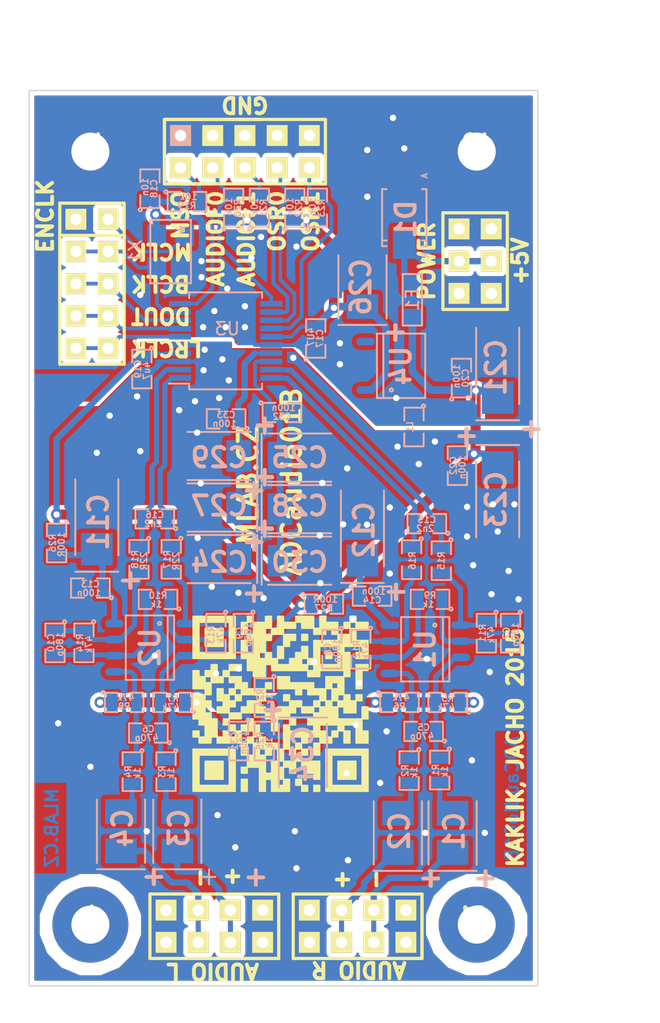
<source format=kicad_pcb>
(kicad_pcb (version 4) (host pcbnew 0.201509201831+6203~30~ubuntu15.04.1-product)
  (layers (0 F.Cu signal) (31 B.Cu signal) (34 B.Paste user) (35 F.Paste user) (36 B.SilkS user) (37 F.SilkS user) (38 B.Mask user) (39 F.Mask user) (44 Edge.Cuts user))
  (net 0 "")
  (net 1 "Net-(C1-Pad1)")
  (net 2 "Net-(C1-Pad2)")
  (net 3 "Net-(C2-Pad2)")
  (net 4 "Net-(C2-Pad1)")
  (net 5 "Net-(C3-Pad2)")
  (net 6 "Net-(C3-Pad1)")
  (net 7 "Net-(C4-Pad2)")
  (net 8 "Net-(C4-Pad1)")
  (net 9 "Net-(C5-Pad1)")
  (net 10 "Net-(C5-Pad2)")
  (net 11 "Net-(C6-Pad1)")
  (net 12 "Net-(C6-Pad2)")
  (net 13 "Net-(C7-Pad1)")
  (net 14 "Net-(C7-Pad2)")
  (net 15 "Net-(C8-Pad1)")
  (net 16 "Net-(C8-Pad2)")
  (net 17 "Net-(C9-Pad1)")
  (net 18 "Net-(C9-Pad2)")
  (net 19 "Net-(C10-Pad1)")
  (net 20 "Net-(C10-Pad2)")
  (net 21 GNDA)
  (net 22 +5V)
  (net 23 /AINR-)
  (net 24 /AINR+)
  (net 25 /AINL+)
  (net 26 /AINL-)
  (net 27 DGND)
  (net 28 +3.3V)
  (net 29 /VMIO)
  (net 30 /VREF)
  (net 31 /AVDD/2)
  (net 32 "Net-(D1-Pad2)")
  (net 33 /MSO)
  (net 34 /AUDIOF1)
  (net 35 /OSR1)
  (net 36 /OSR0)
  (net 37 /AUDIOF0)
  (net 38 /BCLK)
  (net 39 /LRCLK)
  (net 40 /DOUT)
  (net 41 /MCLK)
  (net 42 /VCC)
  (net 43 "Net-(J4-Pad2)")
  (net 44 /VCC1)
  (module MLAB_C:TantalC_SizeB_Reflow (layer B.Cu) (at 65.043253 77.078615 270)
    (fp_text reference C1 (at -0.127 -0.127 270) (layer B.SilkS) (effects (font (thickness 0.3048)) (justify mirror)))
    (fp_text value 10u hide)
    (fp_text user + (at 3.59918 -2.49936 450) (layer B.SilkS) (effects (font (thickness 0.3048)) (justify mirror)))
    (pad 2 smd rect (at -1.5494 0 90) (size 1.95072 2.49936) (layers B.Cu B.Paste B.Mask) (net 2 "Net-(C1-Pad2)"))
    (pad 1 smd rect (at 1.5494 0 90) (size 1.95072 2.49936) (layers B.Cu B.Paste B.Mask) (net 1 "Net-(C1-Pad1)"))
  )
  (module MLAB_C:TantalC_SizeB_Reflow (layer B.Cu) (at 60.725253 77.078615 270)
    (fp_text reference C2 (at -0.127 -0.127 270) (layer B.SilkS) (effects (font (thickness 0.3048)) (justify mirror)))
    (fp_text value 10u hide)
    (fp_text user + (at 3.59918 -2.49936 450) (layer B.SilkS) (effects (font (thickness 0.3048)) (justify mirror)))
    (pad 2 smd rect (at -1.5494 0 90) (size 1.95072 2.49936) (layers B.Cu B.Paste B.Mask) (net 3 "Net-(C2-Pad2)"))
    (pad 1 smd rect (at 1.5494 0 90) (size 1.95072 2.49936) (layers B.Cu B.Paste B.Mask) (net 4 "Net-(C2-Pad1)"))
  )
  (module MLAB_C:TantalC_SizeB_Reflow (layer B.Cu) (at 43.326253 76.951615 270)
    (fp_text reference C3 (at -0.254 -0.127 270) (layer B.SilkS) (effects (font (thickness 0.3048)) (justify mirror)))
    (fp_text value 10u hide)
    (fp_text user + (at 3.63982 -6.08838 450) (layer B.SilkS) (effects (font (thickness 0.3048)) (justify mirror)))
    (pad 2 smd rect (at -1.5494 0 90) (size 1.95072 2.49936) (layers B.Cu B.Paste B.Mask) (net 5 "Net-(C3-Pad2)"))
    (pad 1 smd rect (at 1.5494 0 90) (size 1.95072 2.49936) (layers B.Cu B.Paste B.Mask) (net 6 "Net-(C3-Pad1)"))
  )
  (module MLAB_C:TantalC_SizeB_Reflow (layer B.Cu) (at 38.881253 76.951615 270)
    (fp_text reference C4 (at -0.254 -0.127 270) (layer B.SilkS) (effects (font (thickness 0.3048)) (justify mirror)))
    (fp_text value 10u hide)
    (fp_text user + (at 3.59918 -2.49936 450) (layer B.SilkS) (effects (font (thickness 0.3048)) (justify mirror)))
    (pad 2 smd rect (at -1.5494 0 90) (size 1.95072 2.49936) (layers B.Cu B.Paste B.Mask) (net 7 "Net-(C4-Pad2)"))
    (pad 1 smd rect (at 1.5494 0 90) (size 1.95072 2.49936) (layers B.Cu B.Paste B.Mask) (net 8 "Net-(C4-Pad1)"))
  )
  (module MLAB_R:SMD-0805 (layer B.Cu) (at 62.757253 69.077615 180)
    (fp_text reference C5 (at 0 0.3175 180) (layer B.SilkS) (effects (font (size 0.50038 0.50038) (thickness 0.10922)) (justify mirror)))
    (fp_text value 470p (at 0.127 -0.381 180) (layer B.SilkS) (effects (font (size 0.50038 0.50038) (thickness 0.10922)) (justify mirror)))
    (pad 1 smd rect (at -0.9525 0 180) (size 0.889 1.397) (layers B.Cu B.Paste B.Mask) (net 9 "Net-(C5-Pad1)"))
    (pad 2 smd rect (at 0.9525 0 180) (size 0.889 1.397) (layers B.Cu B.Paste B.Mask) (net 10 "Net-(C5-Pad2)"))
  )
  (module MLAB_R:SMD-0805 (layer B.Cu) (at 41.040253 69.204615 180)
    (fp_text reference C6 (at 0 0.3175 180) (layer B.SilkS) (effects (font (size 0.50038 0.50038) (thickness 0.10922)) (justify mirror)))
    (fp_text value 470p (at 0.127 -0.381 180) (layer B.SilkS) (effects (font (size 0.50038 0.50038) (thickness 0.10922)) (justify mirror)))
    (pad 1 smd rect (at -0.9525 0 180) (size 0.889 1.397) (layers B.Cu B.Paste B.Mask) (net 11 "Net-(C6-Pad1)"))
    (pad 2 smd rect (at 0.9525 0 180) (size 0.889 1.397) (layers B.Cu B.Paste B.Mask) (net 12 "Net-(C6-Pad2)"))
  )
  (module MLAB_R:SMD-0805 (layer B.Cu) (at 69.615253 61.330615 270)
    (fp_text reference C7 (at 0 0.3175 270) (layer B.SilkS) (effects (font (size 0.50038 0.50038) (thickness 0.10922)) (justify mirror)))
    (fp_text value 180p (at 0.127 -0.381 270) (layer B.SilkS) (effects (font (size 0.50038 0.50038) (thickness 0.10922)) (justify mirror)))
    (pad 1 smd rect (at -0.9525 0 270) (size 0.889 1.397) (layers B.Cu B.Paste B.Mask) (net 13 "Net-(C7-Pad1)"))
    (pad 2 smd rect (at 0.9525 0 270) (size 0.889 1.397) (layers B.Cu B.Paste B.Mask) (net 14 "Net-(C7-Pad2)"))
  )
  (module MLAB_R:SMD-0805 (layer B.Cu) (at 55.518253 62.600615 270)
    (fp_text reference C8 (at 0 0.3175 270) (layer B.SilkS) (effects (font (size 0.50038 0.50038) (thickness 0.10922)) (justify mirror)))
    (fp_text value 180p (at 0.127 -0.381 270) (layer B.SilkS) (effects (font (size 0.50038 0.50038) (thickness 0.10922)) (justify mirror)))
    (pad 1 smd rect (at -0.9525 0 270) (size 0.889 1.397) (layers B.Cu B.Paste B.Mask) (net 15 "Net-(C8-Pad1)"))
    (pad 2 smd rect (at 0.9525 0 270) (size 0.889 1.397) (layers B.Cu B.Paste B.Mask) (net 16 "Net-(C8-Pad2)"))
  )
  (module MLAB_R:SMD-0805 (layer B.Cu) (at 48.533253 61.330615 270)
    (fp_text reference C9 (at 0 0.3175 270) (layer B.SilkS) (effects (font (size 0.50038 0.50038) (thickness 0.10922)) (justify mirror)))
    (fp_text value 180p (at 0.127 -0.381 270) (layer B.SilkS) (effects (font (size 0.50038 0.50038) (thickness 0.10922)) (justify mirror)))
    (pad 1 smd rect (at -0.9525 0 270) (size 0.889 1.397) (layers B.Cu B.Paste B.Mask) (net 17 "Net-(C9-Pad1)"))
    (pad 2 smd rect (at 0.9525 0 270) (size 0.889 1.397) (layers B.Cu B.Paste B.Mask) (net 18 "Net-(C9-Pad2)"))
  )
  (module MLAB_R:SMD-0805 (layer B.Cu) (at 33.674253 62.092615 270)
    (fp_text reference C10 (at 0 0.3175 270) (layer B.SilkS) (effects (font (size 0.50038 0.50038) (thickness 0.10922)) (justify mirror)))
    (fp_text value 180p (at 0.127 -0.381 270) (layer B.SilkS) (effects (font (size 0.50038 0.50038) (thickness 0.10922)) (justify mirror)))
    (pad 1 smd rect (at -0.9525 0 270) (size 0.889 1.397) (layers B.Cu B.Paste B.Mask) (net 19 "Net-(C10-Pad1)"))
    (pad 2 smd rect (at 0.9525 0 270) (size 0.889 1.397) (layers B.Cu B.Paste B.Mask) (net 20 "Net-(C10-Pad2)"))
  )
  (module MLAB_C:TantalC_SizeC_Reflow (layer B.Cu) (at 36.976253 52.186615 90)
    (fp_text reference C11 (at -0.381 0.127 90) (layer B.SilkS) (effects (font (thickness 0.3048)) (justify mirror)))
    (fp_text value 47u hide)
    (fp_text user + (at -4.99872 2.55016 90) (layer B.SilkS) (effects (font (thickness 0.3048)) (justify mirror)))
    (pad 2 smd rect (at 2.52476 0 90) (size 2.55016 2.49936) (layers B.Cu B.Paste B.Mask) (net 21 GNDA))
    (pad 1 smd rect (at -2.52476 0 90) (size 2.55016 2.49936) (layers B.Cu B.Paste B.Mask) (net 44 /VCC1))
  )
  (module MLAB_C:TantalC_SizeC_Reflow (layer B.Cu) (at 57.931253 53.075615 90)
    (fp_text reference C12 (at -0.127 0.127 90) (layer B.SilkS) (effects (font (thickness 0.3048)) (justify mirror)))
    (fp_text value 47u hide)
    (fp_text user + (at -4.99872 2.55016 90) (layer B.SilkS) (effects (font (thickness 0.3048)) (justify mirror)))
    (pad 2 smd rect (at 2.52476 0 90) (size 2.55016 2.49936) (layers B.Cu B.Paste B.Mask) (net 21 GNDA))
    (pad 1 smd rect (at -2.52476 0 90) (size 2.55016 2.49936) (layers B.Cu B.Paste B.Mask) (net 42 /VCC))
  )
  (module MLAB_R:SMD-0805 (layer B.Cu) (at 36.468253 57.774615 180)
    (fp_text reference C13 (at 0 0.3175 180) (layer B.SilkS) (effects (font (size 0.50038 0.50038) (thickness 0.10922)) (justify mirror)))
    (fp_text value 100n (at 0.127 -0.381 180) (layer B.SilkS) (effects (font (size 0.50038 0.50038) (thickness 0.10922)) (justify mirror)))
    (pad 1 smd rect (at -0.9525 0 180) (size 0.889 1.397) (layers B.Cu B.Paste B.Mask) (net 44 /VCC1))
    (pad 2 smd rect (at 0.9525 0 180) (size 0.889 1.397) (layers B.Cu B.Paste B.Mask) (net 21 GNDA))
  )
  (module MLAB_R:SMD-0805 (layer B.Cu) (at 58.693253 58.409615)
    (fp_text reference C14 (at 0 0.3175) (layer B.SilkS) (effects (font (size 0.50038 0.50038) (thickness 0.10922)) (justify mirror)))
    (fp_text value 100n (at 0.127 -0.381) (layer B.SilkS) (effects (font (size 0.50038 0.50038) (thickness 0.10922)) (justify mirror)))
    (pad 1 smd rect (at -0.9525 0) (size 0.889 1.397) (layers B.Cu B.Paste B.Mask) (net 42 /VCC))
    (pad 2 smd rect (at 0.9525 0) (size 0.889 1.397) (layers B.Cu B.Paste B.Mask) (net 21 GNDA))
  )
  (module MLAB_R:SMD-0805 (layer B.Cu) (at 63.011253 52.694615 180)
    (fp_text reference C15 (at 0 0.3175 180) (layer B.SilkS) (effects (font (size 0.50038 0.50038) (thickness 0.10922)) (justify mirror)))
    (fp_text value 2n2 (at 0.127 -0.381 180) (layer B.SilkS) (effects (font (size 0.50038 0.50038) (thickness 0.10922)) (justify mirror)))
    (pad 1 smd rect (at -0.9525 0 180) (size 0.889 1.397) (layers B.Cu B.Paste B.Mask) (net 23 /AINR-))
    (pad 2 smd rect (at 0.9525 0 180) (size 0.889 1.397) (layers B.Cu B.Paste B.Mask) (net 24 /AINR+))
  )
  (module MLAB_R:SMD-0805 (layer B.Cu) (at 41.548253 52.313615 180)
    (fp_text reference C16 (at 0 0.3175 180) (layer B.SilkS) (effects (font (size 0.50038 0.50038) (thickness 0.10922)) (justify mirror)))
    (fp_text value 2n2 (at 0.127 -0.381 180) (layer B.SilkS) (effects (font (size 0.50038 0.50038) (thickness 0.10922)) (justify mirror)))
    (pad 1 smd rect (at -0.9525 0 180) (size 0.889 1.397) (layers B.Cu B.Paste B.Mask) (net 25 /AINL+))
    (pad 2 smd rect (at 0.9525 0 180) (size 0.889 1.397) (layers B.Cu B.Paste B.Mask) (net 26 /AINL-))
  )
  (module MLAB_R:SMD-0805 (layer B.Cu) (at 54.248253 38.089615 90)
    (fp_text reference C17 (at 0 0.3175 90) (layer B.SilkS) (effects (font (size 0.50038 0.50038) (thickness 0.10922)) (justify mirror)))
    (fp_text value 4U7 (at 0.127 -0.381 90) (layer B.SilkS) (effects (font (size 0.50038 0.50038) (thickness 0.10922)) (justify mirror)))
    (pad 1 smd rect (at -0.9525 0 90) (size 0.889 1.397) (layers B.Cu B.Paste B.Mask) (net 27 DGND))
    (pad 2 smd rect (at 0.9525 0 90) (size 0.889 1.397) (layers B.Cu B.Paste B.Mask) (net 28 +3.3V))
  )
  (module MLAB_R:SMD-0805 (layer B.Cu) (at 41.167253 26.278615 90)
    (fp_text reference C18 (at 0 0.3175 90) (layer B.SilkS) (effects (font (size 0.50038 0.50038) (thickness 0.10922)) (justify mirror)))
    (fp_text value 10n (at 0.127 -0.381 90) (layer B.SilkS) (effects (font (size 0.50038 0.50038) (thickness 0.10922)) (justify mirror)))
    (pad 1 smd rect (at -0.9525 0 90) (size 0.889 1.397) (layers B.Cu B.Paste B.Mask) (net 28 +3.3V))
    (pad 2 smd rect (at 0.9525 0 90) (size 0.889 1.397) (layers B.Cu B.Paste B.Mask) (net 27 DGND))
  )
  (module MLAB_R:SMD-0805 (layer B.Cu) (at 40.532253 40.502615 270)
    (fp_text reference C19 (at 0 0.3175 270) (layer B.SilkS) (effects (font (size 0.50038 0.50038) (thickness 0.10922)) (justify mirror)))
    (fp_text value 4u7 (at 0.127 -0.381 270) (layer B.SilkS) (effects (font (size 0.50038 0.50038) (thickness 0.10922)) (justify mirror)))
    (pad 1 smd rect (at -0.9525 0 270) (size 0.889 1.397) (layers B.Cu B.Paste B.Mask) (net 22 +5V))
    (pad 2 smd rect (at 0.9525 0 270) (size 0.889 1.397) (layers B.Cu B.Paste B.Mask) (net 21 GNDA))
  )
  (module MLAB_R:SMD-0805 (layer B.Cu) (at 65.744293 41.213815 90)
    (fp_text reference C20 (at 0 0.3175 90) (layer B.SilkS) (effects (font (size 0.50038 0.50038) (thickness 0.10922)) (justify mirror)))
    (fp_text value 100n (at 0.127 -0.381 90) (layer B.SilkS) (effects (font (size 0.50038 0.50038) (thickness 0.10922)) (justify mirror)))
    (pad 1 smd rect (at -0.9525 0 90) (size 0.889 1.397) (layers B.Cu B.Paste B.Mask) (net 22 +5V))
    (pad 2 smd rect (at 0.9525 0 90) (size 0.889 1.397) (layers B.Cu B.Paste B.Mask) (net 27 DGND))
  )
  (module MLAB_C:TantalC_SizeC_Reflow (layer B.Cu) (at 68.599253 40.248615 90)
    (fp_text reference C21 (at -0.127 -0.127 90) (layer B.SilkS) (effects (font (thickness 0.3048)) (justify mirror)))
    (fp_text value 47u hide)
    (fp_text user + (at -4.99872 2.55016 90) (layer B.SilkS) (effects (font (thickness 0.3048)) (justify mirror)))
    (pad 2 smd rect (at 2.52476 0 90) (size 2.55016 2.49936) (layers B.Cu B.Paste B.Mask) (net 27 DGND))
    (pad 1 smd rect (at -2.52476 0 90) (size 2.55016 2.49936) (layers B.Cu B.Paste B.Mask) (net 22 +5V))
  )
  (module MLAB_R:SMD-0805 (layer B.Cu) (at 65.424253 48.122615 270)
    (fp_text reference C22 (at 0 0.3175 270) (layer B.SilkS) (effects (font (size 0.50038 0.50038) (thickness 0.10922)) (justify mirror)))
    (fp_text value 100n (at 0.127 -0.381 270) (layer B.SilkS) (effects (font (size 0.50038 0.50038) (thickness 0.10922)) (justify mirror)))
    (pad 1 smd rect (at -0.9525 0 270) (size 0.889 1.397) (layers B.Cu B.Paste B.Mask) (net 22 +5V))
    (pad 2 smd rect (at 0.9525 0 270) (size 0.889 1.397) (layers B.Cu B.Paste B.Mask) (net 21 GNDA))
  )
  (module MLAB_C:TantalC_SizeC_Reflow (layer B.Cu) (at 68.599253 50.789615 270)
    (fp_text reference C23 (at 0 0.127 270) (layer B.SilkS) (effects (font (thickness 0.3048)) (justify mirror)))
    (fp_text value 47u hide)
    (fp_text user + (at -4.99872 2.55016 270) (layer B.SilkS) (effects (font (thickness 0.3048)) (justify mirror)))
    (pad 2 smd rect (at 2.52476 0 270) (size 2.55016 2.49936) (layers B.Cu B.Paste B.Mask) (net 21 GNDA))
    (pad 1 smd rect (at -2.52476 0 270) (size 2.55016 2.49936) (layers B.Cu B.Paste B.Mask) (net 22 +5V))
  )
  (module MLAB_C:TantalC_SizeB_Reflow (layer B.Cu) (at 46.628253 55.488615)
    (fp_text reference C24 (at 0 0.254) (layer B.SilkS) (effects (font (thickness 0.3048)) (justify mirror)))
    (fp_text value 10u hide)
    (fp_text user + (at 3.59918 -2.49936 180) (layer B.SilkS) (effects (font (thickness 0.3048)) (justify mirror)))
    (pad 2 smd rect (at -1.5494 0 180) (size 1.95072 2.49936) (layers B.Cu B.Paste B.Mask) (net 21 GNDA))
    (pad 1 smd rect (at 1.5494 0 180) (size 1.95072 2.49936) (layers B.Cu B.Paste B.Mask) (net 29 /VMIO))
  )
  (module MLAB_C:TantalC_SizeB_Reflow (layer B.Cu) (at 52.978253 47.487615 180)
    (fp_text reference C25 (at 0 0 180) (layer B.SilkS) (effects (font (thickness 0.3048)) (justify mirror)))
    (fp_text value 10u hide)
    (fp_text user + (at 3.59918 -2.49936 360) (layer B.SilkS) (effects (font (thickness 0.3048)) (justify mirror)))
    (pad 2 smd rect (at -1.5494 0) (size 1.95072 2.49936) (layers B.Cu B.Paste B.Mask) (net 21 GNDA))
    (pad 1 smd rect (at 1.5494 0) (size 1.95072 2.49936) (layers B.Cu B.Paste B.Mask) (net 30 /VREF))
  )
  (module MLAB_C:TantalC_SizeB_Reflow (layer B.Cu) (at 57.931253 34.025615 270)
    (fp_text reference C26 (at 0 0.127 270) (layer B.SilkS) (effects (font (thickness 0.3048)) (justify mirror)))
    (fp_text value 10u hide)
    (fp_text user + (at 3.59918 -2.49936 450) (layer B.SilkS) (effects (font (thickness 0.3048)) (justify mirror)))
    (pad 2 smd rect (at -1.5494 0 90) (size 1.95072 2.49936) (layers B.Cu B.Paste B.Mask) (net 27 DGND))
    (pad 1 smd rect (at 1.5494 0 90) (size 1.95072 2.49936) (layers B.Cu B.Paste B.Mask) (net 28 +3.3V))
  )
  (module MLAB_C:TantalC_SizeB_Reflow (layer B.Cu) (at 46.628253 51.424615)
    (fp_text reference C27 (at 0 -0.127) (layer B.SilkS) (effects (font (thickness 0.3048)) (justify mirror)))
    (fp_text value 10u hide)
    (fp_text user + (at 3.59918 -2.49936 180) (layer B.SilkS) (effects (font (thickness 0.3048)) (justify mirror)))
    (pad 2 smd rect (at -1.5494 0 180) (size 1.95072 2.49936) (layers B.Cu B.Paste B.Mask) (net 21 GNDA))
    (pad 1 smd rect (at 1.5494 0 180) (size 1.95072 2.49936) (layers B.Cu B.Paste B.Mask) (net 29 /VMIO))
  )
  (module MLAB_C:TantalC_SizeB_Reflow (layer B.Cu) (at 52.978253 51.551615 180)
    (fp_text reference C28 (at 0 0.254 180) (layer B.SilkS) (effects (font (thickness 0.3048)) (justify mirror)))
    (fp_text value 10u hide)
    (fp_text user + (at 3.59918 -2.49936 360) (layer B.SilkS) (effects (font (thickness 0.3048)) (justify mirror)))
    (pad 2 smd rect (at -1.5494 0) (size 1.95072 2.49936) (layers B.Cu B.Paste B.Mask) (net 21 GNDA))
    (pad 1 smd rect (at 1.5494 0) (size 1.95072 2.49936) (layers B.Cu B.Paste B.Mask) (net 30 /VREF))
  )
  (module MLAB_C:TantalC_SizeB_Reflow (layer B.Cu) (at 46.628253 47.360615)
    (fp_text reference C29 (at 0 0.127) (layer B.SilkS) (effects (font (thickness 0.3048)) (justify mirror)))
    (fp_text value 10u hide)
    (fp_text user + (at 3.59918 -2.49936 180) (layer B.SilkS) (effects (font (thickness 0.3048)) (justify mirror)))
    (pad 2 smd rect (at -1.5494 0 180) (size 1.95072 2.49936) (layers B.Cu B.Paste B.Mask) (net 21 GNDA))
    (pad 1 smd rect (at 1.5494 0 180) (size 1.95072 2.49936) (layers B.Cu B.Paste B.Mask) (net 29 /VMIO))
  )
  (module MLAB_C:TantalC_SizeB_Reflow (layer B.Cu) (at 52.978253 55.615615 180)
    (fp_text reference C30 (at 0 -0.127 180) (layer B.SilkS) (effects (font (thickness 0.3048)) (justify mirror)))
    (fp_text value 10u hide)
    (fp_text user + (at 3.59918 -2.49936 360) (layer B.SilkS) (effects (font (thickness 0.3048)) (justify mirror)))
    (pad 2 smd rect (at -1.5494 0) (size 1.95072 2.49936) (layers B.Cu B.Paste B.Mask) (net 21 GNDA))
    (pad 1 smd rect (at 1.5494 0) (size 1.95072 2.49936) (layers B.Cu B.Paste B.Mask) (net 30 /VREF))
  )
  (module MLAB_R:SMD-0805 (layer B.Cu) (at 48.152253 69.839615 270)
    (fp_text reference C31 (at 0 0.3175 270) (layer B.SilkS) (effects (font (size 0.50038 0.50038) (thickness 0.10922)) (justify mirror)))
    (fp_text value 100n (at 0.127 -0.381 270) (layer B.SilkS) (effects (font (size 0.50038 0.50038) (thickness 0.10922)) (justify mirror)))
    (pad 1 smd rect (at -0.9525 0 270) (size 0.889 1.397) (layers B.Cu B.Paste B.Mask) (net 31 /AVDD/2))
    (pad 2 smd rect (at 0.9525 0 270) (size 0.889 1.397) (layers B.Cu B.Paste B.Mask) (net 21 GNDA))
  )
  (module MLAB_R:SMD-0805 (layer B.Cu) (at 51.581253 43.931615)
    (fp_text reference C32 (at 0 0.3175) (layer B.SilkS) (effects (font (size 0.50038 0.50038) (thickness 0.10922)) (justify mirror)))
    (fp_text value 100n (at 0.127 -0.381) (layer B.SilkS) (effects (font (size 0.50038 0.50038) (thickness 0.10922)) (justify mirror)))
    (pad 1 smd rect (at -0.9525 0) (size 0.889 1.397) (layers B.Cu B.Paste B.Mask) (net 30 /VREF))
    (pad 2 smd rect (at 0.9525 0) (size 0.889 1.397) (layers B.Cu B.Paste B.Mask) (net 21 GNDA))
  )
  (module MLAB_R:SMD-0805 (layer B.Cu) (at 47.176893 44.429455 180)
    (fp_text reference C33 (at 0 0.3175 180) (layer B.SilkS) (effects (font (size 0.50038 0.50038) (thickness 0.10922)) (justify mirror)))
    (fp_text value 100n (at 0.127 -0.381 180) (layer B.SilkS) (effects (font (size 0.50038 0.50038) (thickness 0.10922)) (justify mirror)))
    (pad 1 smd rect (at -0.9525 0 180) (size 0.889 1.397) (layers B.Cu B.Paste B.Mask) (net 29 /VMIO))
    (pad 2 smd rect (at 0.9525 0 180) (size 0.889 1.397) (layers B.Cu B.Paste B.Mask) (net 21 GNDA))
  )
  (module MLAB_C:TantalC_SizeB_Reflow (layer B.Cu) (at 53.232253 70.982615 90)
    (fp_text reference C34 (at 0.127 0 90) (layer B.SilkS) (effects (font (thickness 0.3048)) (justify mirror)))
    (fp_text value 10uF hide)
    (fp_text user + (at 3.59918 -2.49936 270) (layer B.SilkS) (effects (font (thickness 0.3048)) (justify mirror)))
    (pad 2 smd rect (at -1.5494 0 270) (size 1.95072 2.49936) (layers B.Cu B.Paste B.Mask) (net 21 GNDA))
    (pad 1 smd rect (at 1.5494 0 270) (size 1.95072 2.49936) (layers B.Cu B.Paste B.Mask) (net 31 /AVDD/2))
  )
  (module MLAB_D:Diode-SMA_Standard (layer B.Cu) (at 61.233253 28.564615 270)
    (fp_text reference D1 (at 0.127 -0.127 270) (layer B.SilkS) (effects (font (thickness 0.3048)) (justify mirror)))
    (fp_text value M4 hide)
    (fp_text user A (at -3.29946 -1.6002 270) (layer B.SilkS) (effects (font (size 0.50038 0.50038) (thickness 0.09906)) (justify mirror)))
    (fp_text user K (at 2.99974 -1.69926 270) (layer B.SilkS) (effects (font (size 0.50038 0.50038) (thickness 0.09906)) (justify mirror)))
    (pad 1 smd rect (at -1.99898 0 270) (size 2.49936 1.80086) (layers B.Cu B.Paste B.Mask) (net 27 DGND))
    (pad 2 smd rect (at 1.99898 0 270) (size 2.49936 1.80086) (layers B.Cu B.Paste B.Mask) (net 32 "Net-(D1-Pad2)"))
  )
  (module Hrebinky:Pin_Header_Straight_2x04 (layer F.Cu) (at 57.550253 84.444615)
    (fp_text reference J1 hide)
    (fp_text value JUMP_4X2 hide)
    (pad 3 thru_hole rect (at 1.27 1.27) (size 1.651 1.651) (drill 0.9) (layers *.Cu *.Mask F.SilkS) (net 1 "Net-(C1-Pad1)"))
    (pad 6 thru_hole rect (at 1.27 -1.27) (size 1.651 1.651) (drill 0.9) (layers *.Cu *.Mask F.SilkS) (net 1 "Net-(C1-Pad1)"))
    (pad 1 thru_hole rect (at -3.81 1.27) (size 1.651 1.651) (drill 0.9) (layers *.Cu *.Mask F.SilkS) (net 21 GNDA))
    (pad 2 thru_hole rect (at -1.27 1.27) (size 1.651 1.651) (drill 0.9) (layers *.Cu *.Mask F.SilkS) (net 4 "Net-(C2-Pad1)"))
    (pad 4 thru_hole rect (at 3.81 1.27) (size 1.651 1.651) (drill 0.9) (layers *.Cu *.Mask F.SilkS) (net 21 GNDA))
    (pad 5 thru_hole rect (at 3.81 -1.27) (size 1.651 1.651) (drill 0.9) (layers *.Cu *.Mask F.SilkS) (net 21 GNDA))
    (pad 7 thru_hole rect (at -1.27 -1.27) (size 1.651 1.651) (drill 0.9) (layers *.Cu *.Mask F.SilkS) (net 4 "Net-(C2-Pad1)"))
    (pad 8 thru_hole rect (at -3.81 -1.27) (size 1.651 1.651) (drill 0.9) (layers *.Cu *.Mask F.SilkS) (net 21 GNDA))
  )
  (module Hrebinky:Pin_Header_Straight_2x04 (layer F.Cu) (at 46.247253 84.444615)
    (fp_text reference J2 hide)
    (fp_text value JUMP_4X2 hide)
    (pad 3 thru_hole rect (at 1.27 1.27) (size 1.651 1.651) (drill 0.9) (layers *.Cu *.Mask F.SilkS) (net 6 "Net-(C3-Pad1)"))
    (pad 6 thru_hole rect (at 1.27 -1.27) (size 1.651 1.651) (drill 0.9) (layers *.Cu *.Mask F.SilkS) (net 6 "Net-(C3-Pad1)"))
    (pad 1 thru_hole rect (at -3.81 1.27) (size 1.651 1.651) (drill 0.9) (layers *.Cu *.Mask F.SilkS) (net 21 GNDA))
    (pad 2 thru_hole rect (at -1.27 1.27) (size 1.651 1.651) (drill 0.9) (layers *.Cu *.Mask F.SilkS) (net 8 "Net-(C4-Pad1)"))
    (pad 4 thru_hole rect (at 3.81 1.27) (size 1.651 1.651) (drill 0.9) (layers *.Cu *.Mask F.SilkS) (net 21 GNDA))
    (pad 5 thru_hole rect (at 3.81 -1.27) (size 1.651 1.651) (drill 0.9) (layers *.Cu *.Mask F.SilkS) (net 21 GNDA))
    (pad 7 thru_hole rect (at -1.27 -1.27) (size 1.651 1.651) (drill 0.9) (layers *.Cu *.Mask F.SilkS) (net 8 "Net-(C4-Pad1)"))
    (pad 8 thru_hole rect (at -3.81 -1.27) (size 1.651 1.651) (drill 0.9) (layers *.Cu *.Mask F.SilkS) (net 21 GNDA))
  )
  (module Hrebinky:Pin_Header_Straight_2x03 (layer F.Cu) (at 66.821253 31.993615 270)
    (fp_text reference J3 hide)
    (fp_text value JUMP_3X2 hide)
    (pad 1 thru_hole rect (at -2.54 1.27 270) (size 1.651 1.651) (drill 0.9) (layers *.Cu *.Mask F.SilkS) (net 27 DGND))
    (pad 2 thru_hole rect (at 0 1.27 270) (size 1.651 1.651) (drill 0.9) (layers *.Cu *.Mask F.SilkS) (net 32 "Net-(D1-Pad2)"))
    (pad 3 thru_hole rect (at 2.54 1.27 270) (size 1.651 1.651) (drill 0.9) (layers *.Cu *.Mask F.SilkS) (net 27 DGND))
    (pad 4 thru_hole rect (at 2.54 -1.27 270) (size 1.651 1.651) (drill 0.9) (layers *.Cu *.Mask F.SilkS) (net 27 DGND))
    (pad 5 thru_hole rect (at 0 -1.27 270) (size 1.651 1.651) (drill 0.9) (layers *.Cu *.Mask F.SilkS) (net 32 "Net-(D1-Pad2)"))
    (pad 6 thru_hole rect (at -2.54 -1.27 270) (size 1.651 1.651) (drill 0.9) (layers *.Cu *.Mask F.SilkS) (net 27 DGND))
  )
  (module Hrebinky:Pin_Header_Straight_2x04 (layer F.Cu) (at 36.595253 35.041615 90)
    (fp_text reference J5 hide)
    (fp_text value JUMP_4X2 hide)
    (pad 3 thru_hole rect (at 1.27 1.27 90) (size 1.651 1.651) (drill 0.9) (layers *.Cu *.Mask F.SilkS) (net 38 /BCLK))
    (pad 6 thru_hole rect (at 1.27 -1.27 90) (size 1.651 1.651) (drill 0.9) (layers *.Cu *.Mask F.SilkS) (net 38 /BCLK))
    (pad 1 thru_hole rect (at -3.81 1.27 90) (size 1.651 1.651) (drill 0.9) (layers *.Cu *.Mask F.SilkS) (net 39 /LRCLK))
    (pad 2 thru_hole rect (at -1.27 1.27 90) (size 1.651 1.651) (drill 0.9) (layers *.Cu *.Mask F.SilkS) (net 40 /DOUT))
    (pad 4 thru_hole rect (at 3.81 1.27 90) (size 1.651 1.651) (drill 0.9) (layers *.Cu *.Mask F.SilkS) (net 41 /MCLK))
    (pad 5 thru_hole rect (at 3.81 -1.27 90) (size 1.651 1.651) (drill 0.9) (layers *.Cu *.Mask F.SilkS) (net 41 /MCLK))
    (pad 7 thru_hole rect (at -1.27 -1.27 90) (size 1.651 1.651) (drill 0.9) (layers *.Cu *.Mask F.SilkS) (net 40 /DOUT))
    (pad 8 thru_hole rect (at -3.81 -1.27 90) (size 1.651 1.651) (drill 0.9) (layers *.Cu *.Mask F.SilkS) (net 39 /LRCLK))
  )
  (module Hrebinky:Pin_Header_Straight_2x05 (layer F.Cu) (at 48.660253 23.357615 180)
    (fp_text reference J6 hide)
    (fp_text value JUMP2_5X2 hide)
    (pad 9 thru_hole rect (at -2.54 -1.27 180) (size 1.651 1.651) (drill 0.9) (layers *.Cu *.Mask F.SilkS) (net 36 /OSR0))
    (pad 5 thru_hole rect (at 5.08 1.27 180) (size 1.651 1.651) (drill 0.9) (layers *.Cu *.SilkS *.Mask) (net 27 DGND))
    (pad 3 thru_hole rect (at 0 1.27 180) (size 1.651 1.651) (drill 0.9) (layers *.Cu *.Mask F.SilkS) (net 27 DGND))
    (pad 6 thru_hole rect (at 5.08 -1.27 180) (size 1.651 1.651) (drill 0.9) (layers *.Cu *.Mask F.SilkS) (net 33 /MSO))
    (pad 1 thru_hole rect (at -5.08 1.27 180) (size 1.651 1.651) (drill 0.9) (layers *.Cu *.Mask F.SilkS) (net 27 DGND))
    (pad 2 thru_hole rect (at -2.54 1.27 180) (size 1.651 1.651) (drill 0.9) (layers *.Cu *.Mask F.SilkS) (net 27 DGND))
    (pad 4 thru_hole rect (at 2.54 1.27 180) (size 1.651 1.651) (drill 0.9) (layers *.Cu *.Mask F.SilkS) (net 27 DGND))
    (pad 10 thru_hole rect (at -5.08 -1.27 180) (size 1.651 1.651) (drill 0.9) (layers *.Cu *.Mask F.SilkS) (net 35 /OSR1))
    (pad 7 thru_hole rect (at 2.54 -1.27 180) (size 1.651 1.651) (drill 0.9) (layers *.Cu *.Mask F.SilkS) (net 37 /AUDIOF0))
    (pad 8 thru_hole rect (at 0 -1.27 180) (size 1.651 1.651) (drill 0.9) (layers *.Cu *.Mask F.SilkS) (net 34 /AUDIOF1))
  )
  (module MLAB_R:SMD-0805 (layer B.Cu) (at 61.995253 45.074615 270)
    (fp_text reference L1 (at 0 0.3175 270) (layer B.SilkS) (effects (font (size 0.50038 0.50038) (thickness 0.10922)) (justify mirror)))
    (fp_text value BLM21PG300SN1D hide)
    (pad 1 smd rect (at -0.9525 0 270) (size 0.889 1.397) (layers B.Cu B.Paste B.Mask) (net 27 DGND))
    (pad 2 smd rect (at 0.9525 0 270) (size 0.889 1.397) (layers B.Cu B.Paste B.Mask) (net 21 GNDA))
  )
  (module MLAB_R:SMD-0805 (layer B.Cu) (at 64.027253 72.125615 270)
    (fp_text reference R1 (at 0 0.3175 270) (layer B.SilkS) (effects (font (size 0.50038 0.50038) (thickness 0.10922)) (justify mirror)))
    (fp_text value 1k (at 0.127 -0.381 270) (layer B.SilkS) (effects (font (size 0.50038 0.50038) (thickness 0.10922)) (justify mirror)))
    (pad 1 smd rect (at -0.9525 0 270) (size 0.889 1.397) (layers B.Cu B.Paste B.Mask) (net 9 "Net-(C5-Pad1)"))
    (pad 2 smd rect (at 0.9525 0 270) (size 0.889 1.397) (layers B.Cu B.Paste B.Mask) (net 2 "Net-(C1-Pad2)"))
  )
  (module MLAB_R:SMD-0805 (layer B.Cu) (at 61.614253 72.168795 270)
    (fp_text reference R2 (at 0 0.3175 270) (layer B.SilkS) (effects (font (size 0.50038 0.50038) (thickness 0.10922)) (justify mirror)))
    (fp_text value 1k (at 0.127 -0.381 270) (layer B.SilkS) (effects (font (size 0.50038 0.50038) (thickness 0.10922)) (justify mirror)))
    (pad 1 smd rect (at -0.9525 0 270) (size 0.889 1.397) (layers B.Cu B.Paste B.Mask) (net 10 "Net-(C5-Pad2)"))
    (pad 2 smd rect (at 0.9525 0 270) (size 0.889 1.397) (layers B.Cu B.Paste B.Mask) (net 3 "Net-(C2-Pad2)"))
  )
  (module MLAB_R:SMD-0805 (layer B.Cu) (at 42.437253 72.252615 270)
    (fp_text reference R3 (at 0 0.3175 270) (layer B.SilkS) (effects (font (size 0.50038 0.50038) (thickness 0.10922)) (justify mirror)))
    (fp_text value 1k (at 0.127 -0.381 270) (layer B.SilkS) (effects (font (size 0.50038 0.50038) (thickness 0.10922)) (justify mirror)))
    (pad 1 smd rect (at -0.9525 0 270) (size 0.889 1.397) (layers B.Cu B.Paste B.Mask) (net 11 "Net-(C6-Pad1)"))
    (pad 2 smd rect (at 0.9525 0 270) (size 0.889 1.397) (layers B.Cu B.Paste B.Mask) (net 5 "Net-(C3-Pad2)"))
  )
  (module MLAB_R:SMD-0805 (layer B.Cu) (at 39.770253 72.252615 270)
    (fp_text reference R4 (at 0 0.3175 270) (layer B.SilkS) (effects (font (size 0.50038 0.50038) (thickness 0.10922)) (justify mirror)))
    (fp_text value 1k (at 0.127 -0.381 270) (layer B.SilkS) (effects (font (size 0.50038 0.50038) (thickness 0.10922)) (justify mirror)))
    (pad 1 smd rect (at -0.9525 0 270) (size 0.889 1.397) (layers B.Cu B.Paste B.Mask) (net 12 "Net-(C6-Pad2)"))
    (pad 2 smd rect (at 0.9525 0 270) (size 0.889 1.397) (layers B.Cu B.Paste B.Mask) (net 7 "Net-(C4-Pad2)"))
  )
  (module MLAB_R:SMD-0805 (layer B.Cu) (at 64.662253 66.791615 180)
    (fp_text reference R5 (at 0 0.3175 180) (layer B.SilkS) (effects (font (size 0.50038 0.50038) (thickness 0.10922)) (justify mirror)))
    (fp_text value 47k (at 0.127 -0.381 180) (layer B.SilkS) (effects (font (size 0.50038 0.50038) (thickness 0.10922)) (justify mirror)))
    (pad 1 smd rect (at -0.9525 0 180) (size 0.889 1.397) (layers B.Cu B.Paste B.Mask) (net 31 /AVDD/2))
    (pad 2 smd rect (at 0.9525 0 180) (size 0.889 1.397) (layers B.Cu B.Paste B.Mask) (net 9 "Net-(C5-Pad1)"))
  )
  (module MLAB_R:SMD-0805 (layer B.Cu) (at 60.852253 66.791615)
    (fp_text reference R6 (at 0 0.3175) (layer B.SilkS) (effects (font (size 0.50038 0.50038) (thickness 0.10922)) (justify mirror)))
    (fp_text value 47k (at 0.127 -0.381) (layer B.SilkS) (effects (font (size 0.50038 0.50038) (thickness 0.10922)) (justify mirror)))
    (pad 1 smd rect (at -0.9525 0) (size 0.889 1.397) (layers B.Cu B.Paste B.Mask) (net 31 /AVDD/2))
    (pad 2 smd rect (at 0.9525 0) (size 0.889 1.397) (layers B.Cu B.Paste B.Mask) (net 10 "Net-(C5-Pad2)"))
  )
  (module MLAB_R:SMD-0805 (layer B.Cu) (at 42.945253 66.791615 180)
    (fp_text reference R7 (at 0 0.3175 180) (layer B.SilkS) (effects (font (size 0.50038 0.50038) (thickness 0.10922)) (justify mirror)))
    (fp_text value 47k (at 0.127 -0.381 180) (layer B.SilkS) (effects (font (size 0.50038 0.50038) (thickness 0.10922)) (justify mirror)))
    (pad 1 smd rect (at -0.9525 0 180) (size 0.889 1.397) (layers B.Cu B.Paste B.Mask) (net 31 /AVDD/2))
    (pad 2 smd rect (at 0.9525 0 180) (size 0.889 1.397) (layers B.Cu B.Paste B.Mask) (net 11 "Net-(C6-Pad1)"))
  )
  (module MLAB_R:SMD-0805 (layer B.Cu) (at 39.135253 66.791615)
    (fp_text reference R8 (at 0 0.3175) (layer B.SilkS) (effects (font (size 0.50038 0.50038) (thickness 0.10922)) (justify mirror)))
    (fp_text value 47k (at 0.127 -0.381) (layer B.SilkS) (effects (font (size 0.50038 0.50038) (thickness 0.10922)) (justify mirror)))
    (pad 1 smd rect (at -0.9525 0) (size 0.889 1.397) (layers B.Cu B.Paste B.Mask) (net 31 /AVDD/2))
    (pad 2 smd rect (at 0.9525 0) (size 0.889 1.397) (layers B.Cu B.Paste B.Mask) (net 12 "Net-(C6-Pad2)"))
  )
  (module MLAB_R:SMD-0805 (layer B.Cu) (at 63.265253 58.663615 180)
    (fp_text reference R9 (at 0 0.3175 180) (layer B.SilkS) (effects (font (size 0.50038 0.50038) (thickness 0.10922)) (justify mirror)))
    (fp_text value 1k (at 0.127 -0.381 180) (layer B.SilkS) (effects (font (size 0.50038 0.50038) (thickness 0.10922)) (justify mirror)))
    (pad 1 smd rect (at -0.9525 0 180) (size 0.889 1.397) (layers B.Cu B.Paste B.Mask) (net 14 "Net-(C7-Pad2)"))
    (pad 2 smd rect (at 0.9525 0 180) (size 0.889 1.397) (layers B.Cu B.Paste B.Mask) (net 16 "Net-(C8-Pad2)"))
  )
  (module MLAB_R:SMD-0805 (layer B.Cu) (at 41.802253 58.663615 180)
    (fp_text reference R10 (at 0 0.3175 180) (layer B.SilkS) (effects (font (size 0.50038 0.50038) (thickness 0.10922)) (justify mirror)))
    (fp_text value 1k (at 0.127 -0.381 180) (layer B.SilkS) (effects (font (size 0.50038 0.50038) (thickness 0.10922)) (justify mirror)))
    (pad 1 smd rect (at -0.9525 0 180) (size 0.889 1.397) (layers B.Cu B.Paste B.Mask) (net 18 "Net-(C9-Pad2)"))
    (pad 2 smd rect (at 0.9525 0 180) (size 0.889 1.397) (layers B.Cu B.Paste B.Mask) (net 20 "Net-(C10-Pad2)"))
  )
  (module MLAB_R:SMD-0805 (layer B.Cu) (at 67.710253 61.330615 270)
    (fp_text reference R11 (at 0 0.3175 270) (layer B.SilkS) (effects (font (size 0.50038 0.50038) (thickness 0.10922)) (justify mirror)))
    (fp_text value 47k (at 0.127 -0.381 270) (layer B.SilkS) (effects (font (size 0.50038 0.50038) (thickness 0.10922)) (justify mirror)))
    (pad 1 smd rect (at -0.9525 0 270) (size 0.889 1.397) (layers B.Cu B.Paste B.Mask) (net 13 "Net-(C7-Pad1)"))
    (pad 2 smd rect (at 0.9525 0 270) (size 0.889 1.397) (layers B.Cu B.Paste B.Mask) (net 14 "Net-(C7-Pad2)"))
  )
  (module MLAB_R:SMD-0805 (layer B.Cu) (at 57.804253 62.600615 270)
    (fp_text reference R12 (at 0 0.3175 270) (layer B.SilkS) (effects (font (size 0.50038 0.50038) (thickness 0.10922)) (justify mirror)))
    (fp_text value 47k (at 0.127 -0.381 270) (layer B.SilkS) (effects (font (size 0.50038 0.50038) (thickness 0.10922)) (justify mirror)))
    (pad 1 smd rect (at -0.9525 0 270) (size 0.889 1.397) (layers B.Cu B.Paste B.Mask) (net 15 "Net-(C8-Pad1)"))
    (pad 2 smd rect (at 0.9525 0 270) (size 0.889 1.397) (layers B.Cu B.Paste B.Mask) (net 16 "Net-(C8-Pad2)"))
  )
  (module MLAB_R:SMD-0805 (layer B.Cu) (at 46.374253 61.330615 270)
    (fp_text reference R13 (at 0.127 0.381 270) (layer B.SilkS) (effects (font (size 0.50038 0.50038) (thickness 0.10922)) (justify mirror)))
    (fp_text value 47k (at 0.127 -0.381 270) (layer B.SilkS) (effects (font (size 0.50038 0.50038) (thickness 0.10922)) (justify mirror)))
    (pad 1 smd rect (at -0.9525 0 270) (size 0.889 1.397) (layers B.Cu B.Paste B.Mask) (net 17 "Net-(C9-Pad1)"))
    (pad 2 smd rect (at 0.9525 0 270) (size 0.889 1.397) (layers B.Cu B.Paste B.Mask) (net 18 "Net-(C9-Pad2)"))
  )
  (module MLAB_R:SMD-0805 (layer B.Cu) (at 35.960253 62.092615 270)
    (fp_text reference R14 (at 0 0.3175 270) (layer B.SilkS) (effects (font (size 0.50038 0.50038) (thickness 0.10922)) (justify mirror)))
    (fp_text value 47k (at 0.127 -0.381 270) (layer B.SilkS) (effects (font (size 0.50038 0.50038) (thickness 0.10922)) (justify mirror)))
    (pad 1 smd rect (at -0.9525 0 270) (size 0.889 1.397) (layers B.Cu B.Paste B.Mask) (net 19 "Net-(C10-Pad1)"))
    (pad 2 smd rect (at 0.9525 0 270) (size 0.889 1.397) (layers B.Cu B.Paste B.Mask) (net 20 "Net-(C10-Pad2)"))
  )
  (module MLAB_R:SMD-0805 (layer B.Cu) (at 64.154253 55.615615 270)
    (fp_text reference R15 (at 0 0 270) (layer B.SilkS) (effects (font (size 0.50038 0.50038) (thickness 0.10922)) (justify mirror)))
    (fp_text value 22R hide)
    (pad 1 smd rect (at -0.9525 0 270) (size 0.889 1.397) (layers B.Cu B.Paste B.Mask) (net 23 /AINR-))
    (pad 2 smd rect (at 0.9525 0 270) (size 0.889 1.397) (layers B.Cu B.Paste B.Mask) (net 13 "Net-(C7-Pad1)"))
  )
  (module MLAB_R:SMD-0805 (layer B.Cu) (at 61.809833 55.539415 270)
    (fp_text reference R16 (at 0.0762 -0.05842 270) (layer B.SilkS) (effects (font (size 0.50038 0.50038) (thickness 0.10922)) (justify mirror)))
    (fp_text value 22R hide)
    (pad 1 smd rect (at -0.9525 0 270) (size 0.889 1.397) (layers B.Cu B.Paste B.Mask) (net 24 /AINR+))
    (pad 2 smd rect (at 0.9525 0 270) (size 0.889 1.397) (layers B.Cu B.Paste B.Mask) (net 15 "Net-(C8-Pad1)"))
  )
  (module MLAB_R:SMD-0805 (layer B.Cu) (at 42.846193 55.508935 270)
    (fp_text reference R17 (at 0 0.3175 270) (layer B.SilkS) (effects (font (size 0.50038 0.50038) (thickness 0.10922)) (justify mirror)))
    (fp_text value 22R (at 0.127 -0.381 270) (layer B.SilkS) (effects (font (size 0.50038 0.50038) (thickness 0.10922)) (justify mirror)))
    (pad 1 smd rect (at -0.9525 0 270) (size 0.889 1.397) (layers B.Cu B.Paste B.Mask) (net 25 /AINL+))
    (pad 2 smd rect (at 0.9525 0 270) (size 0.889 1.397) (layers B.Cu B.Paste B.Mask) (net 17 "Net-(C9-Pad1)"))
  )
  (module MLAB_R:SMD-0805 (layer B.Cu) (at 40.303653 55.508935 270)
    (fp_text reference R18 (at 0 0.3175 270) (layer B.SilkS) (effects (font (size 0.50038 0.50038) (thickness 0.10922)) (justify mirror)))
    (fp_text value 22R (at 0.127 -0.381 270) (layer B.SilkS) (effects (font (size 0.50038 0.50038) (thickness 0.10922)) (justify mirror)))
    (pad 1 smd rect (at -0.9525 0 270) (size 0.889 1.397) (layers B.Cu B.Paste B.Mask) (net 26 /AINL-))
    (pad 2 smd rect (at 0.9525 0 270) (size 0.889 1.397) (layers B.Cu B.Paste B.Mask) (net 19 "Net-(C10-Pad1)"))
  )
  (module MLAB_R:SMD-0805 (layer B.Cu) (at 44.088253 27.294615)
    (fp_text reference R19 (at 0 0.3175) (layer B.SilkS) (effects (font (size 0.50038 0.50038) (thickness 0.10922)) (justify mirror)))
    (fp_text value 10k (at 0.127 -0.381) (layer B.SilkS) (effects (font (size 0.50038 0.50038) (thickness 0.10922)) (justify mirror)))
    (pad 1 smd rect (at -0.9525 0) (size 0.889 1.397) (layers B.Cu B.Paste B.Mask) (net 28 +3.3V))
    (pad 2 smd rect (at 0.9525 0) (size 0.889 1.397) (layers B.Cu B.Paste B.Mask) (net 33 /MSO))
  )
  (module MLAB_R:SMD-0805 (layer B.Cu) (at 47.771253 27.802615 90)
    (fp_text reference R20 (at 0 0.3175 90) (layer B.SilkS) (effects (font (size 0.50038 0.50038) (thickness 0.10922)) (justify mirror)))
    (fp_text value 10k (at 0.127 -0.381 90) (layer B.SilkS) (effects (font (size 0.50038 0.50038) (thickness 0.10922)) (justify mirror)))
    (pad 1 smd rect (at -0.9525 0 90) (size 0.889 1.397) (layers B.Cu B.Paste B.Mask) (net 28 +3.3V))
    (pad 2 smd rect (at 0.9525 0 90) (size 0.889 1.397) (layers B.Cu B.Paste B.Mask) (net 37 /AUDIOF0))
  )
  (module MLAB_R:SMD-0805 (layer B.Cu) (at 49.803253 27.802615 90)
    (fp_text reference R21 (at 0 0.3175 90) (layer B.SilkS) (effects (font (size 0.50038 0.50038) (thickness 0.10922)) (justify mirror)))
    (fp_text value 10k (at 0.127 -0.381 90) (layer B.SilkS) (effects (font (size 0.50038 0.50038) (thickness 0.10922)) (justify mirror)))
    (pad 1 smd rect (at -0.9525 0 90) (size 0.889 1.397) (layers B.Cu B.Paste B.Mask) (net 28 +3.3V))
    (pad 2 smd rect (at 0.9525 0 90) (size 0.889 1.397) (layers B.Cu B.Paste B.Mask) (net 34 /AUDIOF1))
  )
  (module MLAB_R:SMD-0805 (layer B.Cu) (at 52.597253 27.802615 90)
    (fp_text reference R22 (at 0 0.3175 90) (layer B.SilkS) (effects (font (size 0.50038 0.50038) (thickness 0.10922)) (justify mirror)))
    (fp_text value 10k (at 0.127 -0.381 90) (layer B.SilkS) (effects (font (size 0.50038 0.50038) (thickness 0.10922)) (justify mirror)))
    (pad 1 smd rect (at -0.9525 0 90) (size 0.889 1.397) (layers B.Cu B.Paste B.Mask) (net 28 +3.3V))
    (pad 2 smd rect (at 0.9525 0 90) (size 0.889 1.397) (layers B.Cu B.Paste B.Mask) (net 36 /OSR0))
  )
  (module MLAB_R:SMD-0805 (layer B.Cu) (at 54.375253 27.802615 90)
    (fp_text reference R23 (at 0 0.3175 90) (layer B.SilkS) (effects (font (size 0.50038 0.50038) (thickness 0.10922)) (justify mirror)))
    (fp_text value 10k (at 0.127 -0.381 90) (layer B.SilkS) (effects (font (size 0.50038 0.50038) (thickness 0.10922)) (justify mirror)))
    (pad 1 smd rect (at -0.9525 0 90) (size 0.889 1.397) (layers B.Cu B.Paste B.Mask) (net 28 +3.3V))
    (pad 2 smd rect (at 0.9525 0 90) (size 0.889 1.397) (layers B.Cu B.Paste B.Mask) (net 35 /OSR1))
  )
  (module MLAB_R:SMD-0805 (layer B.Cu) (at 50.184253 66.410615 270)
    (fp_text reference R24 (at 0 0.3175 270) (layer B.SilkS) (effects (font (size 0.50038 0.50038) (thickness 0.10922)) (justify mirror)))
    (fp_text value 1k (at 0.127 -0.381 270) (layer B.SilkS) (effects (font (size 0.50038 0.50038) (thickness 0.10922)) (justify mirror)))
    (pad 1 smd rect (at -0.9525 0 270) (size 0.889 1.397) (layers B.Cu B.Paste B.Mask) (net 22 +5V))
    (pad 2 smd rect (at 0.9525 0 270) (size 0.889 1.397) (layers B.Cu B.Paste B.Mask) (net 31 /AVDD/2))
  )
  (module MLAB_R:SMD-0805 (layer B.Cu) (at 50.184253 69.839615 270)
    (fp_text reference R25 (at 0 0.3175 270) (layer B.SilkS) (effects (font (size 0.50038 0.50038) (thickness 0.10922)) (justify mirror)))
    (fp_text value 1k (at 0.127 -0.381 270) (layer B.SilkS) (effects (font (size 0.50038 0.50038) (thickness 0.10922)) (justify mirror)))
    (pad 1 smd rect (at -0.9525 0 270) (size 0.889 1.397) (layers B.Cu B.Paste B.Mask) (net 31 /AVDD/2))
    (pad 2 smd rect (at 0.9525 0 270) (size 0.889 1.397) (layers B.Cu B.Paste B.Mask) (net 21 GNDA))
  )
  (module MLAB_IO:SO-8 (layer B.Cu) (at 62.884253 62.600615 270)
    (fp_text reference U1 (at 0 0 270) (layer B.SilkS) (effects (font (thickness 0.3048)) (justify mirror)))
    (fp_text value LT6231CS hide)
    (pad 1 smd oval (at -1.905 -2.794 270) (size 0.6096 1.4732) (layers B.Cu B.Paste B.Mask) (net 13 "Net-(C7-Pad1)"))
    (pad 2 smd oval (at -0.635 -2.794 270) (size 0.6096 1.4732) (layers B.Cu B.Paste B.Mask) (net 14 "Net-(C7-Pad2)"))
    (pad 3 smd oval (at 0.635 -2.794 270) (size 0.6096 1.4732) (layers B.Cu B.Paste B.Mask) (net 9 "Net-(C5-Pad1)"))
    (pad 4 smd oval (at 1.905 -2.794 270) (size 0.6096 1.4732) (layers B.Cu B.Paste B.Mask) (net 21 GNDA))
    (pad 5 smd oval (at 1.905 2.794 270) (size 0.6096 1.4732) (layers B.Cu B.Paste B.Mask) (net 10 "Net-(C5-Pad2)"))
    (pad 6 smd oval (at 0.635 2.794 270) (size 0.6096 1.4732) (layers B.Cu B.Paste B.Mask) (net 16 "Net-(C8-Pad2)"))
    (pad 7 smd oval (at -0.635 2.794 270) (size 0.6096 1.4732) (layers B.Cu B.Paste B.Mask) (net 15 "Net-(C8-Pad1)"))
    (pad 8 smd oval (at -1.905 2.794 270) (size 0.6096 1.4732) (layers B.Cu B.Paste B.Mask) (net 42 /VCC))
  )
  (module MLAB_IO:SO-8 (layer B.Cu) (at 41.167253 62.473615 270)
    (fp_text reference U2 (at 0 0 270) (layer B.SilkS) (effects (font (thickness 0.3048)) (justify mirror)))
    (fp_text value LT6231CS hide)
    (pad 1 smd oval (at -1.905 -2.794 270) (size 0.6096 1.4732) (layers B.Cu B.Paste B.Mask) (net 17 "Net-(C9-Pad1)"))
    (pad 2 smd oval (at -0.635 -2.794 270) (size 0.6096 1.4732) (layers B.Cu B.Paste B.Mask) (net 18 "Net-(C9-Pad2)"))
    (pad 3 smd oval (at 0.635 -2.794 270) (size 0.6096 1.4732) (layers B.Cu B.Paste B.Mask) (net 11 "Net-(C6-Pad1)"))
    (pad 4 smd oval (at 1.905 -2.794 270) (size 0.6096 1.4732) (layers B.Cu B.Paste B.Mask) (net 21 GNDA))
    (pad 5 smd oval (at 1.905 2.794 270) (size 0.6096 1.4732) (layers B.Cu B.Paste B.Mask) (net 12 "Net-(C6-Pad2)"))
    (pad 6 smd oval (at 0.635 2.794 270) (size 0.6096 1.4732) (layers B.Cu B.Paste B.Mask) (net 20 "Net-(C10-Pad2)"))
    (pad 7 smd oval (at -0.635 2.794 270) (size 0.6096 1.4732) (layers B.Cu B.Paste B.Mask) (net 19 "Net-(C10-Pad1)"))
    (pad 8 smd oval (at -1.905 2.794 270) (size 0.6096 1.4732) (layers B.Cu B.Paste B.Mask) (net 44 /VCC1))
  )
  (module MLAB_IO:SO-8 (layer B.Cu) (at 60.979253 40.248615 90)
    (fp_text reference U4 (at 0 0 90) (layer B.SilkS) (effects (font (thickness 0.3048)) (justify mirror)))
    (fp_text value LE33CD hide)
    (pad 1 smd oval (at -1.905 -2.794 90) (size 0.6096 1.4732) (layers B.Cu B.Paste B.Mask) (net 28 +3.3V))
    (pad 2 smd oval (at -0.635 -2.794 90) (size 0.6096 1.4732) (layers B.Cu B.Paste B.Mask) (net 27 DGND))
    (pad 3 smd oval (at 0.635 -2.794 90) (size 0.6096 1.4732) (layers B.Cu B.Paste B.Mask) (net 27 DGND))
    (pad 4 smd oval (at 1.905 -2.794 90) (size 0.6096 1.4732) (layers B.Cu B.Paste B.Mask))
    (pad 5 smd oval (at 1.905 2.794 90) (size 0.6096 1.4732) (layers B.Cu B.Paste B.Mask) (net 27 DGND))
    (pad 6 smd oval (at 0.635 2.794 90) (size 0.6096 1.4732) (layers B.Cu B.Paste B.Mask) (net 27 DGND))
    (pad 7 smd oval (at -0.635 2.794 90) (size 0.6096 1.4732) (layers B.Cu B.Paste B.Mask) (net 27 DGND))
    (pad 8 smd oval (at -1.905 2.794 90) (size 0.6096 1.4732) (layers B.Cu B.Paste B.Mask) (net 22 +5V))
  )
  (module MLAB_L:FIR1 (layer B.Cu) (at 61.868253 35.041615 270)
    (fp_text reference F1 (at 0 0 270) (layer B.SilkS) (effects (justify mirror)))
    (fp_text value NFM21PC105 hide)
    (pad 1 smd rect (at -1.35 0 270) (size 1.3 1.5) (layers B.Cu B.Paste B.Mask) (net 32 "Net-(D1-Pad2)"))
    (pad 2 smd rect (at 0 0 270) (size 0.7 3) (layers B.Cu B.Paste B.Mask) (net 27 DGND))
    (pad 3 smd rect (at 1.35 0 270) (size 1.3 1.5) (layers B.Cu B.Paste B.Mask) (net 22 +5V))
  )
  (module Dira:MountingHole_3mm (layer F.Cu) (at 36.468253 23.357615 90)
    (fp_text reference P1 (at 0.1778 -0.0762 90) (layer F.SilkS) (effects (font (thickness 0.3048))))
    (fp_text value _ hide)
    (pad 1 thru_hole circle (at 0 0 90) (size 6 6) (drill 3) (layers *.Cu *.Adhes *.Mask) (net 27 DGND) (clearance 1))
  )
  (module Dira:MountingHole_3mm (layer F.Cu) (at 66.948253 23.357615 90)
    (fp_text reference P2 (at 0.1778 -0.0762 90) (layer F.SilkS) (effects (font (thickness 0.3048))))
    (fp_text value _ hide)
    (pad 1 thru_hole circle (at 0 0 90) (size 6 6) (drill 3) (layers *.Cu *.Adhes *.Mask) (net 27 DGND) (clearance 1))
  )
  (module Dira:MountingHole_3mm (layer F.Cu) (at 66.948253 84.317615 90)
    (fp_text reference P3 (at 0.1778 -0.0762 90) (layer F.SilkS) (effects (font (thickness 0.3048))))
    (fp_text value _ hide)
    (pad 1 thru_hole circle (at 0 0 90) (size 6 6) (drill 3) (layers *.Cu *.Adhes *.Mask) (clearance 1))
  )
  (module Dira:MountingHole_3mm (layer F.Cu) (at 36.468253 84.317615 90)
    (fp_text reference P4 (at 0.1778 -0.0762 90) (layer F.SilkS) (effects (font (thickness 0.3048))))
    (fp_text value _ hide)
    (pad 1 thru_hole circle (at 0 0 90) (size 6 6) (drill 3) (layers *.Cu *.Adhes *.Mask) (clearance 1))
  )
  (module MLAB_IO:SSOP-20_5.3x7.2mm_Pitch0.65mm (layer B.Cu) (at 47.136253 38.280115)
    (fp_text reference U3 (at 0.127 -0.9525) (layer B.SilkS) (effects (justify mirror)))
    (fp_text value WM8786 hide)
    (pad 1 smd rect (at -3.6 2.925) (size 1.75 0.45) (layers B.Cu B.Paste B.Mask) (net 25 /AINL+))
    (pad 2 smd rect (at -3.6 2.275) (size 1.75 0.45) (layers B.Cu B.Paste B.Mask) (net 26 /AINL-))
    (pad 3 smd rect (at -3.6 1.625) (size 1.75 0.45) (layers B.Cu B.Paste B.Mask) (net 21 GNDA))
    (pad 4 smd rect (at -3.6 0.975) (size 1.75 0.45) (layers B.Cu B.Paste B.Mask) (net 22 +5V))
    (pad 5 smd rect (at -3.6 0.325) (size 1.75 0.45) (layers B.Cu B.Paste B.Mask) (net 21 GNDA))
    (pad 6 smd rect (at -3.6 -0.325) (size 1.75 0.45) (layers B.Cu B.Paste B.Mask) (net 39 /LRCLK))
    (pad 7 smd rect (at -3.6 -0.975) (size 1.75 0.45) (layers B.Cu B.Paste B.Mask) (net 40 /DOUT))
    (pad 8 smd rect (at -3.6 -1.625) (size 1.75 0.45) (layers B.Cu B.Paste B.Mask) (net 38 /BCLK))
    (pad 9 smd rect (at -3.6 -2.275) (size 1.75 0.45) (layers B.Cu B.Paste B.Mask) (net 41 /MCLK))
    (pad 10 smd rect (at -3.6 -2.925) (size 1.75 0.45) (layers B.Cu B.Paste B.Mask) (net 33 /MSO))
    (pad 11 smd rect (at 3.6 -2.925) (size 1.75 0.45) (layers B.Cu B.Paste B.Mask) (net 37 /AUDIOF0))
    (pad 12 smd rect (at 3.6 -2.275) (size 1.75 0.45) (layers B.Cu B.Paste B.Mask) (net 34 /AUDIOF1))
    (pad 13 smd rect (at 3.6 -1.625) (size 1.75 0.45) (layers B.Cu B.Paste B.Mask) (net 36 /OSR0))
    (pad 14 smd rect (at 3.6 -0.975) (size 1.75 0.45) (layers B.Cu B.Paste B.Mask) (net 35 /OSR1))
    (pad 15 smd rect (at 3.6 -0.325) (size 1.75 0.45) (layers B.Cu B.Paste B.Mask) (net 28 +3.3V))
    (pad 16 smd rect (at 3.6 0.325) (size 1.75 0.45) (layers B.Cu B.Paste B.Mask) (net 27 DGND))
    (pad 17 smd rect (at 3.6 0.975) (size 1.75 0.45) (layers B.Cu B.Paste B.Mask) (net 29 /VMIO))
    (pad 18 smd rect (at 3.6 1.625) (size 1.75 0.45) (layers B.Cu B.Paste B.Mask) (net 30 /VREF))
    (pad 19 smd rect (at 3.6 2.275) (size 1.75 0.45) (layers B.Cu B.Paste B.Mask) (net 23 /AINR-))
    (pad 20 smd rect (at 3.6 2.925) (size 1.75 0.45) (layers B.Cu B.Paste B.Mask) (net 24 /AINR+))
  )
  (module MLAB_R:SMD-0805 (layer B.Cu) (at 33.801253 54.218615 270)
    (fp_text reference R26 (at 0 0.3175 270) (layer B.SilkS) (effects (font (size 0.50038 0.50038) (thickness 0.10922)) (justify mirror)))
    (fp_text value 100R (at 0.127 -0.381 270) (layer B.SilkS) (effects (font (size 0.50038 0.50038) (thickness 0.10922)) (justify mirror)))
    (pad 1 smd rect (at -0.9525 0 270) (size 0.889 1.397) (layers B.Cu B.Paste B.Mask) (net 22 +5V))
    (pad 2 smd rect (at 0.9525 0 270) (size 0.889 1.397) (layers B.Cu B.Paste B.Mask) (net 44 /VCC1))
  )
  (module MLAB_R:SMD-0805 (layer B.Cu) (at 54.883253 59.044615)
    (fp_text reference R27 (at 0 0.3175) (layer B.SilkS) (effects (font (size 0.50038 0.50038) (thickness 0.10922)) (justify mirror)))
    (fp_text value 100R (at 0.127 -0.381) (layer B.SilkS) (effects (font (size 0.50038 0.50038) (thickness 0.10922)) (justify mirror)))
    (pad 1 smd rect (at -0.9525 0) (size 0.889 1.397) (layers B.Cu B.Paste B.Mask) (net 22 +5V))
    (pad 2 smd rect (at 0.9525 0) (size 0.889 1.397) (layers B.Cu B.Paste B.Mask) (net 42 /VCC))
  )
  (module Hrebinky:Pin_Header_Straight_2x01 (layer F.Cu) (at 36.595253 28.691615 90)
    (fp_text reference J4 hide)
    (fp_text value CONN1_2 hide)
    (pad 2 thru_hole rect (at 0 1.27 90) (size 1.651 1.651) (drill 0.9) (layers *.Cu *.Mask F.SilkS) (net 43 "Net-(J4-Pad2)"))
    (pad 1 thru_hole rect (at 0 -1.27 90) (size 1.651 1.651) (drill 0.9) (layers *.Cu *.Mask F.SilkS) (net 27 DGND))
  )
  (module graphics:qrcode (layer F.Cu) (at 51.454253 66.918615 90)
    (fp_text reference G*** hide)
    (fp_text value LOGO hide)
  )
  (module Mlab_Xtal:ASFL1 (layer B.Cu) (at 42.799 31.242 270)
    (fp_text reference X1 (at 0 2.794 270) (layer B.SilkS) (effects (justify mirror)))
    (fp_text value ASFL1-24.576MHZ-EK hide)
    (fp_text user * (at -1.7399 -1.1938 270) (layer B.SilkS) (effects (justify mirror)))
    (pad 1 smd rect (at -1.27 -1.1 270) (size 1.7 1.5) (layers B.Cu B.Paste B.Mask) (net 43 "Net-(J4-Pad2)"))
    (pad 2 smd rect (at 1.27 -1.1 270) (size 1.7 1.5) (layers B.Cu B.Paste B.Mask) (net 27 DGND))
    (pad 3 smd rect (at 1.27 1.1 270) (size 1.7 1.5) (layers B.Cu B.Paste B.Mask) (net 41 /MCLK))
    (pad 4 smd rect (at -1.27 1.1 270) (size 1.7 1.5) (layers B.Cu B.Paste B.Mask) (net 28 +3.3V))
  )
  (gr_text LRCLK (at 39.516253 38.851615 180) (layer F.SilkS) (effects (font (size 1.2 1.2) (thickness 0.3)) (justify right)))
  (gr_text + (at 56.280253 80.761615 90) (layer F.SilkS) (effects (font (size 1.2 1.2) (thickness 0.3))))
  (gr_text - (at 58.947253 80.761615 90) (layer F.SilkS) (effects (font (size 1.2 1.2) (thickness 0.3))))
  (gr_text - (at 45.231253 80.634615 270) (layer F.SilkS) (effects (font (size 1.2 1.2) (thickness 0.3))))
  (gr_text + (at 47.771253 80.507615 270) (layer F.SilkS) (effects (font (size 1.2 1.2) (thickness 0.3))))
  (gr_text ADCaudio01B (at 69.742253 74.411615 90) (layer B.Cu) (effects (font (size 1 1) (thickness 0.2)) (justify mirror)))
  (gr_text MLAB.CZ (at 33.420253 76.697615 90) (layer B.Cu) (effects (font (size 1 1) (thickness 0.2)) (justify mirror)))
  (gr_text ADCaudio01B (at 52.343253 49.392615 90) (layer F.SilkS) (effects (font (size 1.5 1.5) (thickness 0.3))))
  (gr_text MLAB.CZ (at 48.914253 49.646615 90) (layer F.SilkS) (effects (font (size 1.5 1.5) (thickness 0.3))))
  (gr_text "KAKLIK, JACHO 2015" (at 69.996253 70.347615 90) (layer F.SilkS) (effects (font (size 1.2 1.2) (thickness 0.3))))
  (gr_text ENCLK (at 32.912253 25.389615 90) (layer F.SilkS) (effects (font (size 1.2 1.2) (thickness 0.3)) (justify right)))
  (gr_text GND (at 48.660253 19.674615 180) (layer F.SilkS) (effects (font (size 1.2 1.2) (thickness 0.3))))
  (gr_text MCLK (at 39.516253 31.231615 180) (layer F.SilkS) (effects (font (size 1.2 1.2) (thickness 0.3)) (justify right)))
  (gr_text BCLK (at 39.516253 33.771615 180) (layer F.SilkS) (effects (font (size 1.2 1.2) (thickness 0.3)) (justify right)))
  (gr_text DOUT (at 39.516253 36.311615 180) (layer F.SilkS) (effects (font (size 1.2 1.2) (thickness 0.3)) (justify right)))
  (gr_text MSO (at 43.580253 26.278615 90) (layer F.SilkS) (effects (font (size 1.2 1.2) (thickness 0.3)) (justify right)))
  (gr_text AUDIOF0 (at 46.374253 26.278615 90) (layer F.SilkS) (effects (font (size 1.2 1.2) (thickness 0.3)) (justify right)))
  (gr_text AUDIOF1 (at 48.787253 26.278615 90) (layer F.SilkS) (effects (font (size 1.2 1.2) (thickness 0.3)) (justify right)))
  (gr_text OSR0 (at 51.200253 26.278615 90) (layer F.SilkS) (effects (font (size 1.2 1.2) (thickness 0.3)) (justify right)))
  (gr_text OSR1 (at 53.867253 26.278615 90) (layer F.SilkS) (effects (font (size 1.2 1.2) (thickness 0.3)) (justify right)))
  (gr_text +5V (at 70.377253 31.993615 90) (layer F.SilkS) (effects (font (size 1.2 1.2) (thickness 0.3))))
  (gr_text POWER (at 63.011253 31.993615 90) (layer F.SilkS) (effects (font (size 1.2 1.2) (thickness 0.3))))
  (gr_text "AUDIO L" (at 46.120253 88.000615 180) (layer F.SilkS) (effects (font (size 1.2 1.2) (thickness 0.3))))
  (gr_text "AUDIO R" (at 57.649313 87.878695 180) (layer F.SilkS) (effects (font (size 1.2 1.2) (thickness 0.3))))
  (gr_line (start 71.772253 89.141615) (end 31.644253 89.141615) (angle 90) (layer Edge.Cuts) (width 0.1))
  (gr_line (start 71.772253 89.141615) (end 71.772253 18.533615) (angle 90) (layer Edge.Cuts) (width 0.1))
  (gr_line (start 71.772253 18.533615) (end 31.644253 18.533615) (angle 90) (layer Edge.Cuts) (width 0.1))
  (gr_line (start 31.644253 89.141615) (end 31.644253 18.533615) (angle 90) (layer Edge.Cuts) (width 0.1))
  (segment (start 58.820253 85.714615) (end 58.820253 83.174615) (width 0.4) (layer B.Cu) (net 1))
  (segment (start 58.820253 81.849115) (end 60.034753 80.634615) (width 0.5) (layer B.Cu) (net 1))
  (segment (start 58.820253 83.174615) (end 58.820253 81.849115) (width 0.5) (layer B.Cu) (net 1))
  (segment (start 64.768933 78.628015) (end 65.043253 78.628015) (width 0.5) (layer B.Cu) (net 1))
  (segment (start 62.762333 80.634615) (end 64.768933 78.628015) (width 0.5) (layer B.Cu) (net 1))
  (segment (start 60.034753 80.634615) (end 62.762333 80.634615) (width 0.5) (layer B.Cu) (net 1))
  (segment (start 64.027253 73.078115) (end 64.027253 74.513215) (width 0.4) (layer B.Cu) (net 2))
  (segment (start 64.027253 74.513215) (end 65.043253 75.529215) (width 0.4) (layer B.Cu) (net 2))
  (segment (start 61.741253 73.078115) (end 61.741253 74.513215) (width 0.4) (layer B.Cu) (net 3))
  (segment (start 61.741253 74.513215) (end 60.725253 75.529215) (width 0.4) (layer B.Cu) (net 3))
  (segment (start 56.280253 85.714615) (end 56.280253 83.174615) (width 0.4) (layer B.Cu) (net 4))
  (segment (start 58.058253 81.020695) (end 60.450933 78.628015) (width 0.5) (layer B.Cu) (net 4))
  (segment (start 60.450933 78.628015) (end 60.725253 78.628015) (width 0.5) (layer B.Cu) (net 4))
  (segment (start 58.058253 81.396615) (end 58.058253 81.020695) (width 0.5) (layer B.Cu) (net 4))
  (segment (start 56.280253 83.174615) (end 58.058253 81.396615) (width 0.5) (layer B.Cu) (net 4))
  (segment (start 42.437253 73.205115) (end 42.437253 74.640215) (width 0.4) (layer B.Cu) (net 5))
  (segment (start 42.437253 74.640215) (end 43.199253 75.402215) (width 0.4) (layer B.Cu) (net 5))
  (segment (start 47.385173 83.174615) (end 47.517253 83.174615) (width 0.4) (layer B.Cu) (net 6))
  (segment (start 43.199253 78.501015) (end 43.473573 78.501015) (width 0.4) (layer B.Cu) (net 6))
  (segment (start 47.517253 85.714615) (end 47.517253 83.174615) (width 0.4) (layer B.Cu) (net 6))
  (segment (start 47.517253 83.047615) (end 46.615553 82.145915) (width 0.5) (layer B.Cu) (net 6))
  (segment (start 47.517253 83.174615) (end 47.517253 83.047615) (width 0.5) (layer B.Cu) (net 6))
  (segment (start 46.615553 81.515995) (end 45.226173 80.126615) (width 0.5) (layer B.Cu) (net 6))
  (segment (start 46.615553 82.145915) (end 46.615553 81.515995) (width 0.5) (layer B.Cu) (net 6))
  (segment (start 45.226173 80.126615) (end 43.376493 80.126615) (width 0.5) (layer B.Cu) (net 6))
  (segment (start 43.326253 80.076375) (end 43.326253 78.501015) (width 0.5) (layer B.Cu) (net 6))
  (segment (start 43.376493 80.126615) (end 43.326253 80.076375) (width 0.5) (layer B.Cu) (net 6))
  (segment (start 39.770253 73.205115) (end 39.770253 74.513215) (width 0.4) (layer B.Cu) (net 7))
  (segment (start 39.770253 74.513215) (end 38.881253 75.402215) (width 0.4) (layer B.Cu) (net 7))
  (segment (start 44.977253 85.714615) (end 44.977253 83.246413) (width 0.4) (layer B.Cu) (net 8))
  (segment (start 39.155573 78.501015) (end 38.881253 78.501015) (width 0.4) (layer B.Cu) (net 8))
  (segment (start 44.977253 85.714615) (end 44.977253 83.174615) (width 0.4) (layer B.Cu) (net 8))
  (segment (start 44.977253 83.174615) (end 44.977253 81.849115) (width 0.5) (layer B.Cu) (net 8))
  (segment (start 44.977253 81.849115) (end 44.125973 80.997835) (width 0.5) (layer B.Cu) (net 8))
  (segment (start 41.06399 79.183794) (end 41.06399 78.834072) (width 0.5) (layer B.Cu) (net 8))
  (segment (start 42.878031 80.997835) (end 41.06399 79.183794) (width 0.5) (layer B.Cu) (net 8))
  (segment (start 44.125973 80.997835) (end 42.878031 80.997835) (width 0.5) (layer B.Cu) (net 8))
  (segment (start 40.730933 78.501015) (end 38.881253 78.501015) (width 0.5) (layer B.Cu) (net 8))
  (segment (start 41.06399 78.834072) (end 40.730933 78.501015) (width 0.5) (layer B.Cu) (net 8))
  (segment (start 65.678253 63.235615) (end 65.246453 63.235615) (width 0.4) (layer B.Cu) (net 9))
  (segment (start 65.246453 63.235615) (end 63.709753 64.772315) (width 0.4) (layer B.Cu) (net 9))
  (segment (start 63.709753 64.772315) (end 63.709753 65.693115) (width 0.4) (layer B.Cu) (net 9))
  (segment (start 63.709753 65.693115) (end 63.709753 66.791615) (width 0.4) (layer B.Cu) (net 9))
  (segment (start 63.709753 69.077615) (end 63.709753 66.791615) (width 0.4) (layer B.Cu) (net 9))
  (segment (start 63.709753 69.077615) (end 63.709753 70.855615) (width 0.4) (layer B.Cu) (net 9))
  (segment (start 63.709753 70.855615) (end 64.027253 71.173115) (width 0.4) (layer B.Cu) (net 9))
  (segment (start 61.804753 69.077615) (end 61.804753 71.025795) (width 0.4) (layer B.Cu) (net 10))
  (segment (start 61.804753 71.025795) (end 61.614253 71.216295) (width 0.4) (layer B.Cu) (net 10))
  (segment (start 61.804753 69.077615) (end 61.804753 66.791615) (width 0.4) (layer B.Cu) (net 10))
  (segment (start 61.804753 69.077615) (end 61.804753 71.109615) (width 0.4) (layer B.Cu) (net 10))
  (segment (start 61.804753 71.109615) (end 61.741253 71.173115) (width 0.4) (layer B.Cu) (net 10))
  (segment (start 61.804753 66.791615) (end 61.804753 64.858675) (width 0.4) (layer B.Cu) (net 10))
  (segment (start 61.451693 64.505615) (end 60.090253 64.505615) (width 0.4) (layer B.Cu) (net 10))
  (segment (start 61.804753 64.858675) (end 61.451693 64.505615) (width 0.4) (layer B.Cu) (net 10))
  (segment (start 42.119753 66.791615) (end 42.119753 64.518315) (width 0.4) (layer B.Cu) (net 11))
  (segment (start 42.119753 64.518315) (end 43.529453 63.108615) (width 0.4) (layer B.Cu) (net 11))
  (segment (start 43.529453 63.108615) (end 43.961253 63.108615) (width 0.4) (layer B.Cu) (net 11))
  (segment (start 41.992753 69.204615) (end 41.992753 66.918615) (width 0.4) (layer B.Cu) (net 11))
  (segment (start 41.992753 66.918615) (end 42.119753 66.791615) (width 0.4) (layer B.Cu) (net 11))
  (segment (start 41.992753 69.204615) (end 41.992753 70.855615) (width 0.4) (layer B.Cu) (net 11))
  (segment (start 41.992753 70.855615) (end 42.437253 71.300115) (width 0.4) (layer B.Cu) (net 11))
  (segment (start 39.960753 64.696115) (end 39.643253 64.378615) (width 0.4) (layer B.Cu) (net 12))
  (segment (start 39.643253 64.378615) (end 38.373253 64.378615) (width 0.4) (layer B.Cu) (net 12))
  (segment (start 39.960753 66.791615) (end 39.960753 64.696115) (width 0.4) (layer B.Cu) (net 12))
  (segment (start 40.087753 69.204615) (end 40.087753 66.918615) (width 0.4) (layer B.Cu) (net 12))
  (segment (start 40.087753 66.918615) (end 39.960753 66.791615) (width 0.4) (layer B.Cu) (net 12))
  (segment (start 40.087753 69.204615) (end 40.087753 70.982615) (width 0.4) (layer B.Cu) (net 12))
  (segment (start 40.087753 70.982615) (end 39.770253 71.300115) (width 0.4) (layer B.Cu) (net 12))
  (segment (start 69.615253 60.378115) (end 67.710253 60.378115) (width 0.4) (layer B.Cu) (net 13))
  (segment (start 65.678253 60.695615) (end 67.392753 60.695615) (width 0.4) (layer B.Cu) (net 13))
  (segment (start 67.392753 60.695615) (end 67.710253 60.378115) (width 0.4) (layer B.Cu) (net 13))
  (segment (start 65.678253 60.695615) (end 65.678253 57.838115) (width 0.4) (layer B.Cu) (net 13))
  (segment (start 65.678253 57.838115) (end 64.408253 56.568115) (width 0.4) (layer B.Cu) (net 13))
  (segment (start 64.408253 56.568115) (end 64.154253 56.568115) (width 0.4) (layer B.Cu) (net 13))
  (segment (start 69.615253 62.283115) (end 67.710253 62.283115) (width 0.4) (layer B.Cu) (net 14))
  (segment (start 65.678253 61.965615) (end 67.392753 61.965615) (width 0.4) (layer B.Cu) (net 14))
  (segment (start 67.392753 61.965615) (end 67.710253 62.283115) (width 0.4) (layer B.Cu) (net 14))
  (segment (start 65.678253 61.965615) (end 64.541653 61.965615) (width 0.4) (layer B.Cu) (net 14))
  (segment (start 64.541653 61.965615) (end 64.217753 61.641715) (width 0.4) (layer B.Cu) (net 14))
  (segment (start 64.217753 61.641715) (end 64.217753 59.762115) (width 0.4) (layer B.Cu) (net 14))
  (segment (start 64.217753 59.762115) (end 64.217753 58.663615) (width 0.4) (layer B.Cu) (net 14))
  (segment (start 60.090253 61.965615) (end 61.226853 61.965615) (width 0.4) (layer B.Cu) (net 15))
  (segment (start 61.226853 61.965615) (end 61.414252 61.778216) (width 0.4) (layer B.Cu) (net 15))
  (segment (start 61.414252 61.778216) (end 61.414252 57.731996) (width 0.4) (layer B.Cu) (net 15))
  (segment (start 61.414252 57.731996) (end 61.809833 57.336415) (width 0.4) (layer B.Cu) (net 15))
  (segment (start 61.809833 57.336415) (end 61.809833 56.491915) (width 0.4) (layer B.Cu) (net 15))
  (segment (start 55.518253 61.648115) (end 57.804253 61.648115) (width 0.4) (layer B.Cu) (net 15))
  (segment (start 60.090253 61.965615) (end 58.121753 61.965615) (width 0.4) (layer B.Cu) (net 15))
  (segment (start 58.121753 61.965615) (end 57.804253 61.648115) (width 0.4) (layer B.Cu) (net 15))
  (segment (start 60.090253 61.965615) (end 60.325172 61.965615) (width 0.4) (layer B.Cu) (net 15))
  (segment (start 55.518253 63.553115) (end 57.804253 63.553115) (width 0.4) (layer B.Cu) (net 16))
  (segment (start 60.090253 63.235615) (end 58.121753 63.235615) (width 0.4) (layer B.Cu) (net 16))
  (segment (start 58.121753 63.235615) (end 57.804253 63.553115) (width 0.4) (layer B.Cu) (net 16))
  (segment (start 60.090253 63.235615) (end 61.226853 63.235615) (width 0.4) (layer B.Cu) (net 16))
  (segment (start 61.226853 63.235615) (end 62.312753 62.149715) (width 0.4) (layer B.Cu) (net 16))
  (segment (start 62.312753 62.149715) (end 62.312753 59.762115) (width 0.4) (layer B.Cu) (net 16))
  (segment (start 62.312753 59.762115) (end 62.312753 58.663615) (width 0.4) (layer B.Cu) (net 16))
  (segment (start 43.961253 60.568615) (end 43.961253 57.584115) (width 0.4) (layer B.Cu) (net 17))
  (segment (start 43.961253 57.584115) (end 42.818253 56.441115) (width 0.4) (layer B.Cu) (net 17))
  (segment (start 42.818253 56.441115) (end 42.564253 56.441115) (width 0.4) (layer B.Cu) (net 17))
  (segment (start 48.406253 60.378115) (end 46.374253 60.378115) (width 0.4) (layer B.Cu) (net 17))
  (segment (start 43.961253 60.568615) (end 46.183753 60.568615) (width 0.4) (layer B.Cu) (net 17))
  (segment (start 46.183753 60.568615) (end 46.374253 60.378115) (width 0.4) (layer B.Cu) (net 17))
  (segment (start 42.754753 58.663615) (end 42.754753 61.063915) (width 0.4) (layer B.Cu) (net 18))
  (segment (start 42.754753 61.063915) (end 43.529453 61.838615) (width 0.4) (layer B.Cu) (net 18))
  (segment (start 43.529453 61.838615) (end 43.961253 61.838615) (width 0.4) (layer B.Cu) (net 18))
  (segment (start 48.406253 62.283115) (end 46.374253 62.283115) (width 0.4) (layer B.Cu) (net 18))
  (segment (start 43.961253 61.838615) (end 45.929753 61.838615) (width 0.4) (layer B.Cu) (net 18))
  (segment (start 45.929753 61.838615) (end 46.374253 62.283115) (width 0.4) (layer B.Cu) (net 18))
  (segment (start 38.373253 61.838615) (end 38.805053 61.838615) (width 0.4) (layer B.Cu) (net 19))
  (segment (start 38.805053 61.838615) (end 39.951252 60.692416) (width 0.4) (layer B.Cu) (net 19))
  (segment (start 39.951252 60.692416) (end 39.951252 57.658336) (width 0.4) (layer B.Cu) (net 19))
  (segment (start 39.951252 57.658336) (end 40.303653 57.305935) (width 0.4) (layer B.Cu) (net 19))
  (segment (start 40.303653 57.305935) (end 40.303653 56.461435) (width 0.4) (layer B.Cu) (net 19))
  (segment (start 35.960253 61.140115) (end 33.928253 61.140115) (width 0.4) (layer B.Cu) (net 19))
  (segment (start 38.373253 61.838615) (end 36.658753 61.838615) (width 0.4) (layer B.Cu) (net 19))
  (segment (start 36.658753 61.838615) (end 35.960253 61.140115) (width 0.4) (layer B.Cu) (net 19))
  (segment (start 40.849753 62.156115) (end 39.897253 63.108615) (width 0.4) (layer B.Cu) (net 20))
  (segment (start 39.897253 63.108615) (end 38.373253 63.108615) (width 0.4) (layer B.Cu) (net 20))
  (segment (start 40.849753 58.663615) (end 40.849753 62.156115) (width 0.4) (layer B.Cu) (net 20))
  (segment (start 38.805053 63.108615) (end 38.373253 63.108615) (width 0.4) (layer B.Cu) (net 20))
  (segment (start 35.960253 63.045115) (end 38.309753 63.045115) (width 0.4) (layer B.Cu) (net 20))
  (segment (start 38.309753 63.045115) (end 38.373253 63.108615) (width 0.4) (layer B.Cu) (net 20))
  (segment (start 33.928253 63.045115) (end 35.960253 63.045115) (width 0.4) (layer B.Cu) (net 20))
  (segment (start 38.436752 43.741116) (end 37.992253 44.185615) (width 0.5) (layer B.Cu) (net 21))
  (segment (start 39.516253 42.661615) (end 38.436752 43.741116) (width 0.5) (layer B.Cu) (net 21))
  (segment (start 40.151253 42.661615) (end 39.516253 42.661615) (width 0.5) (layer B.Cu) (net 21))
  (segment (start 36.976253 45.201615) (end 37.547754 44.630114) (width 0.5) (layer F.Cu) (net 21))
  (segment (start 36.976253 47.106615) (end 36.976253 45.201615) (width 0.5) (layer F.Cu) (net 21))
  (segment (start 37.547754 44.630114) (end 37.992253 44.185615) (width 0.5) (layer F.Cu) (net 21))
  (via (at 37.992253 44.185615) (size 0.889) (layers F.Cu B.Cu) (net 21))
  (segment (start 40.151253 46.725615) (end 40.405253 46.979615) (width 0.5) (layer F.Cu) (net 21))
  (segment (start 40.151253 42.661615) (end 40.151253 46.725615) (width 0.5) (layer F.Cu) (net 21))
  (via (at 40.405253 46.979615) (size 0.889) (layers F.Cu B.Cu) (net 21))
  (via (at 40.151253 42.661615) (size 0.889) (layers F.Cu B.Cu) (net 21))
  (segment (start 46.253636 39.740615) (end 46.882253 39.740615) (width 0.254) (layer B.Cu) (net 21))
  (segment (start 46.247253 39.740615) (end 46.253636 39.740615) (width 0.254) (layer B.Cu) (net 21))
  (segment (start 43.473573 43.743655) (end 46.882253 40.334975) (width 0.254) (layer F.Cu) (net 21))
  (segment (start 47.009253 39.613615) (end 46.882253 39.740615) (width 0.6) (layer F.Cu) (net 21))
  (segment (start 45.485253 38.978615) (end 46.247253 39.740615) (width 0.254) (layer B.Cu) (net 21))
  (segment (start 46.882253 40.334975) (end 46.882253 39.740615) (width 0.254) (layer F.Cu) (net 21))
  (segment (start 52.470253 39.613615) (end 47.009253 39.613615) (width 0.6) (layer F.Cu) (net 21))
  (via (at 46.882253 39.740615) (size 0.889) (layers F.Cu B.Cu) (net 21))
  (via (at 52.470253 39.613615) (size 0.889) (layers F.Cu B.Cu) (net 21))
  (segment (start 46.374253 43.042615) (end 46.628253 42.788615) (width 0.254) (layer F.Cu) (net 21))
  (segment (start 44.723253 43.042615) (end 46.374253 43.042615) (width 0.254) (layer F.Cu) (net 21))
  (segment (start 44.888353 44.528515) (end 46.183754 43.233114) (width 0.254) (layer B.Cu) (net 21))
  (segment (start 44.888353 45.519115) (end 44.888353 44.528515) (width 0.254) (layer B.Cu) (net 21))
  (segment (start 46.183754 43.233114) (end 46.628253 42.788615) (width 0.254) (layer B.Cu) (net 21))
  (via (at 46.628253 42.788615) (size 0.889) (layers F.Cu B.Cu) (net 21))
  (segment (start 45.35187 43.042615) (end 44.723253 43.042615) (width 0.254) (layer B.Cu) (net 21))
  (segment (start 45.739253 43.042615) (end 45.35187 43.042615) (width 0.254) (layer B.Cu) (net 21))
  (segment (start 47.390253 41.391615) (end 45.739253 43.042615) (width 0.254) (layer B.Cu) (net 21))
  (via (at 44.723253 43.042615) (size 0.889) (layers F.Cu B.Cu) (net 21))
  (segment (start 46.761636 41.391615) (end 47.390253 41.391615) (width 0.254) (layer F.Cu) (net 21))
  (segment (start 46.193913 41.391615) (end 46.761636 41.391615) (width 0.254) (layer F.Cu) (net 21))
  (segment (start 45.401433 40.599135) (end 46.193913 41.391615) (width 0.254) (layer F.Cu) (net 21))
  (via (at 47.390253 41.391615) (size 0.889) (layers F.Cu B.Cu) (net 21))
  (via (at 45.485253 38.978615) (size 0.889) (layers F.Cu B.Cu) (net 21))
  (segment (start 65.678253 64.505615) (end 67.855033 64.505615) (width 0.4) (layer B.Cu) (net 21))
  (segment (start 67.855033 64.505615) (end 67.966793 64.393855) (width 0.4) (layer B.Cu) (net 21))
  (via (at 67.966793 64.393855) (size 0.889) (layers F.Cu B.Cu) (net 21))
  (segment (start 45.688453 64.386235) (end 46.31707 64.386235) (width 0.4) (layer F.Cu) (net 21))
  (segment (start 46.31707 64.386235) (end 48.152253 62.551052) (width 0.4) (layer F.Cu) (net 21))
  (segment (start 48.152253 62.551052) (end 48.152253 58.781692) (width 0.4) (layer F.Cu) (net 21))
  (segment (start 48.152253 58.781692) (end 48.152253 58.153075) (width 0.4) (layer F.Cu) (net 21))
  (segment (start 43.961253 64.378615) (end 45.680833 64.378615) (width 0.4) (layer B.Cu) (net 21))
  (segment (start 45.680833 64.378615) (end 45.688453 64.386235) (width 0.4) (layer B.Cu) (net 21))
  (segment (start 53.232253 72.532015) (end 53.506573 72.532015) (width 0.4) (layer B.Cu) (net 21))
  (segment (start 53.506573 72.532015) (end 55.751933 74.777375) (width 0.4) (layer B.Cu) (net 21))
  (segment (start 55.751933 74.777375) (end 56.859373 74.777375) (width 0.4) (layer B.Cu) (net 21))
  (segment (start 45.170293 49.517075) (end 45.170293 45.801055) (width 0.254) (layer F.Cu) (net 21))
  (segment (start 45.170293 45.801055) (end 44.888353 45.519115) (width 0.254) (layer F.Cu) (net 21))
  (via (at 44.888353 45.519115) (size 0.889) (layers F.Cu B.Cu) (net 21))
  (segment (start 45.078853 51.424615) (end 45.078853 49.608515) (width 0.254) (layer B.Cu) (net 21))
  (segment (start 45.078853 49.608515) (end 45.170293 49.517075) (width 0.254) (layer B.Cu) (net 21))
  (via (at 45.170293 49.517075) (size 0.889) (layers F.Cu B.Cu) (net 21))
  (segment (start 45.078853 55.488615) (end 45.078853 53.977315) (width 0.254) (layer B.Cu) (net 21))
  (segment (start 45.078853 53.977315) (end 44.926453 53.824915) (width 0.254) (layer B.Cu) (net 21))
  (via (at 44.926453 53.824915) (size 0.889) (layers F.Cu B.Cu) (net 21))
  (segment (start 36.976253 49.661855) (end 36.976253 47.106615) (width 0.5) (layer B.Cu) (net 21))
  (via (at 36.976253 47.106615) (size 0.889) (layers F.Cu B.Cu) (net 21))
  (segment (start 43.536253 39.905115) (end 42.227765 39.905115) (width 0.3) (layer B.Cu) (net 21))
  (segment (start 42.227765 39.905115) (end 40.677765 41.455115) (width 0.3) (layer B.Cu) (net 21))
  (segment (start 40.677765 41.455115) (end 40.532253 41.455115) (width 0.3) (layer B.Cu) (net 21))
  (segment (start 45.358253 38.597615) (end 44.596253 38.597615) (width 0.3) (layer B.Cu) (net 21))
  (segment (start 44.596253 38.597615) (end 44.588753 38.605115) (width 0.3) (layer B.Cu) (net 21))
  (segment (start 44.588753 38.605115) (end 43.536253 38.605115) (width 0.3) (layer B.Cu) (net 21))
  (segment (start 45.358253 39.867615) (end 45.358253 38.597615) (width 0.3) (layer B.Cu) (net 21))
  (segment (start 44.748753 39.867615) (end 45.358253 39.867615) (width 0.3) (layer B.Cu) (net 21))
  (segment (start 43.536253 39.905115) (end 44.711253 39.905115) (width 0.3) (layer B.Cu) (net 21))
  (segment (start 44.711253 39.905115) (end 44.748753 39.867615) (width 0.3) (layer B.Cu) (net 21))
  (via (at 54.565753 53.614095) (size 0.889) (layers F.Cu B.Cu) (net 21))
  (segment (start 54.527653 53.652195) (end 54.565753 53.614095) (width 0.4) (layer B.Cu) (net 21))
  (segment (start 54.527653 55.615615) (end 54.527653 53.652195) (width 0.4) (layer B.Cu) (net 21))
  (via (at 56.412333 52.747955) (size 0.889) (layers F.Cu B.Cu) (net 21))
  (segment (start 55.215993 51.551615) (end 56.412333 52.747955) (width 0.4) (layer B.Cu) (net 21))
  (segment (start 54.527653 51.551615) (end 55.215993 51.551615) (width 0.4) (layer B.Cu) (net 21))
  (via (at 58.289393 52.775895) (size 0.889) (layers F.Cu B.Cu) (net 21))
  (segment (start 58.261453 52.747955) (end 58.289393 52.775895) (width 0.4) (layer F.Cu) (net 21))
  (segment (start 56.412333 52.747955) (end 58.261453 52.747955) (width 0.4) (layer F.Cu) (net 21))
  (segment (start 58.289393 50.908995) (end 57.931253 50.550855) (width 0.4) (layer B.Cu) (net 21))
  (segment (start 58.289393 52.775895) (end 58.289393 50.908995) (width 0.4) (layer B.Cu) (net 21))
  (via (at 54.766413 49.484055) (size 0.889) (layers F.Cu B.Cu) (net 21))
  (segment (start 54.527653 49.245295) (end 54.766413 49.484055) (width 0.4) (layer B.Cu) (net 21))
  (segment (start 54.527653 47.487615) (end 54.527653 49.245295) (width 0.4) (layer B.Cu) (net 21))
  (via (at 56.729833 48.330895) (size 0.889) (layers F.Cu B.Cu) (net 21))
  (segment (start 55.576673 49.484055) (end 56.729833 48.330895) (width 0.4) (layer F.Cu) (net 21))
  (segment (start 54.766413 49.484055) (end 55.576673 49.484055) (width 0.4) (layer F.Cu) (net 21))
  (segment (start 56.729833 49.349435) (end 57.931253 50.550855) (width 0.4) (layer B.Cu) (net 21))
  (segment (start 56.729833 48.330895) (end 56.729833 49.349435) (width 0.4) (layer B.Cu) (net 21))
  (via (at 46.041513 57.673015) (size 0.889) (layers F.Cu B.Cu) (net 21))
  (segment (start 45.078853 56.710355) (end 46.041513 57.673015) (width 0.4) (layer B.Cu) (net 21))
  (segment (start 45.078853 55.488615) (end 45.078853 56.710355) (width 0.4) (layer B.Cu) (net 21))
  (via (at 50.133453 58.569635) (size 0.889) (layers F.Cu B.Cu) (net 21))
  (segment (start 49.236833 57.673015) (end 50.133453 58.569635) (width 0.4) (layer F.Cu) (net 21))
  (segment (start 46.041513 57.673015) (end 49.236833 57.673015) (width 0.4) (layer F.Cu) (net 21))
  (via (at 48.152253 58.153075) (size 0.889) (layers F.Cu B.Cu) (net 21))
  (segment (start 48.568813 58.569635) (end 48.152253 58.153075) (width 0.4) (layer B.Cu) (net 21))
  (segment (start 50.133453 58.569635) (end 48.568813 58.569635) (width 0.4) (layer B.Cu) (net 21))
  (via (at 54.611473 57.385995) (size 0.889) (layers F.Cu B.Cu) (net 21))
  (segment (start 54.527653 57.302175) (end 54.611473 57.385995) (width 0.4) (layer B.Cu) (net 21))
  (segment (start 54.527653 55.615615) (end 54.527653 57.302175) (width 0.4) (layer B.Cu) (net 21))
  (via (at 43.473573 43.743655) (size 0.889) (layers F.Cu B.Cu) (net 21))
  (via (at 45.401433 40.599135) (size 0.889) (layers F.Cu B.Cu) (net 21))
  (segment (start 45.401433 41.815795) (end 45.401433 41.227752) (width 0.254) (layer B.Cu) (net 21))
  (segment (start 43.473573 43.743655) (end 45.401433 41.815795) (width 0.254) (layer B.Cu) (net 21))
  (segment (start 45.401433 41.227752) (end 45.401433 40.599135) (width 0.254) (layer B.Cu) (net 21))
  (via (at 63.646253 46.217615) (size 0.889) (layers F.Cu B.Cu) (net 21))
  (segment (start 63.646253 47.297115) (end 63.646253 46.217615) (width 0.5) (layer B.Cu) (net 21))
  (segment (start 65.424253 49.075115) (end 63.646253 47.297115) (width 0.5) (layer B.Cu) (net 21))
  (via (at 62.376253 47.995615) (size 0.889) (layers F.Cu B.Cu) (net 21))
  (segment (start 63.646253 46.725615) (end 62.376253 47.995615) (width 0.5) (layer F.Cu) (net 21))
  (segment (start 63.646253 46.217615) (end 63.646253 46.725615) (width 0.5) (layer F.Cu) (net 21))
  (via (at 60.699853 46.624015) (size 0.889) (drill 0.5) (layers F.Cu B.Cu) (net 21))
  (segment (start 62.071453 47.995615) (end 60.699853 46.624015) (width 0.5) (layer F.Cu) (net 21))
  (segment (start 62.376253 47.995615) (end 62.071453 47.995615) (width 0.5) (layer F.Cu) (net 21))
  (via (at 66.186253 51.373815) (size 0.889) (drill 0.5) (layers F.Cu B.Cu) (net 21))
  (segment (start 65.449653 51.373815) (end 66.186253 51.373815) (width 0.5) (layer B.Cu) (net 21))
  (segment (start 60.699853 46.624015) (end 65.449653 51.373815) (width 0.5) (layer B.Cu) (net 21))
  (via (at 69.920053 51.170615) (size 0.889) (drill 0.5) (layers F.Cu B.Cu) (net 21))
  (segment (start 69.716853 51.373815) (end 69.920053 51.170615) (width 0.5) (layer F.Cu) (net 21))
  (segment (start 66.186253 51.373815) (end 69.716853 51.373815) (width 0.5) (layer F.Cu) (net 21))
  (segment (start 69.462853 51.627815) (end 69.462853 56.428415) (width 0.5) (layer B.Cu) (net 21))
  (via (at 69.462853 56.428415) (size 0.889) (drill 0.5) (layers F.Cu B.Cu) (net 21))
  (segment (start 69.920053 51.170615) (end 69.462853 51.627815) (width 0.5) (layer B.Cu) (net 21))
  (via (at 66.668853 55.971215) (size 0.889) (drill 0.5) (layers F.Cu B.Cu) (net 21))
  (segment (start 67.126053 56.428415) (end 66.668853 55.971215) (width 0.5) (layer F.Cu) (net 21))
  (segment (start 69.462853 56.428415) (end 67.126053 56.428415) (width 0.5) (layer F.Cu) (net 21))
  (via (at 68.116653 58.257215) (size 0.889) (drill 0.5) (layers F.Cu B.Cu) (net 21))
  (segment (start 66.668853 56.809415) (end 68.116653 58.257215) (width 0.5) (layer B.Cu) (net 21))
  (segment (start 66.668853 55.971215) (end 66.668853 56.809415) (width 0.5) (layer B.Cu) (net 21))
  (segment (start 53.740253 82.285615) (end 56.788253 79.237615) (width 0.8) (layer B.Cu) (net 21))
  (via (at 56.788253 79.237615) (size 0.889) (drill 0.5) (layers F.Cu B.Cu) (net 21))
  (segment (start 53.740253 83.174615) (end 53.740253 82.285615) (width 0.8) (layer B.Cu) (net 21))
  (via (at 59.328253 73.141615) (size 0.889) (drill 0.5) (layers F.Cu B.Cu) (net 21))
  (segment (start 56.788253 75.681615) (end 59.328253 73.141615) (width 0.8) (layer F.Cu) (net 21))
  (segment (start 56.788253 79.237615) (end 56.788253 75.681615) (width 0.8) (layer F.Cu) (net 21))
  (via (at 59.836253 69.077615) (size 0.889) (drill 0.5) (layers F.Cu B.Cu) (net 21))
  (segment (start 59.328253 69.585615) (end 59.836253 69.077615) (width 0.8) (layer B.Cu) (net 21))
  (segment (start 59.328253 73.141615) (end 59.328253 69.585615) (width 0.8) (layer B.Cu) (net 21))
  (via (at 57.423253 68.569615) (size 0.889) (drill 0.5) (layers F.Cu B.Cu) (net 21))
  (segment (start 57.931253 69.077615) (end 57.423253 68.569615) (width 0.8) (layer F.Cu) (net 21))
  (segment (start 59.836253 69.077615) (end 57.931253 69.077615) (width 0.8) (layer F.Cu) (net 21))
  (via (at 57.677253 65.267615) (size 0.889) (drill 0.5) (layers F.Cu B.Cu) (net 21))
  (segment (start 56.978754 65.966114) (end 57.677253 65.267615) (width 0.8) (layer B.Cu) (net 21))
  (segment (start 56.978754 68.125116) (end 56.978754 65.966114) (width 0.8) (layer B.Cu) (net 21))
  (segment (start 57.423253 68.569615) (end 56.978754 68.125116) (width 0.8) (layer B.Cu) (net 21))
  (via (at 60.090253 51.424615) (size 0.889) (drill 0.5) (layers F.Cu B.Cu) (net 21))
  (segment (start 58.738973 52.775895) (end 60.090253 51.424615) (width 0.8) (layer F.Cu) (net 21))
  (segment (start 58.289393 52.775895) (end 58.738973 52.775895) (width 0.8) (layer F.Cu) (net 21))
  (via (at 60.090253 56.631615) (size 0.889) (drill 0.5) (layers F.Cu B.Cu) (net 21))
  (segment (start 60.090253 51.424615) (end 60.090253 56.631615) (width 0.8) (layer B.Cu) (net 21))
  (via (at 63.011253 63.362615) (size 0.889) (drill 0.5) (layers F.Cu B.Cu) (net 21))
  (segment (start 61.106253 65.267615) (end 63.011253 63.362615) (width 0.5) (layer F.Cu) (net 21))
  (segment (start 57.677253 65.267615) (end 61.106253 65.267615) (width 0.5) (layer F.Cu) (net 21))
  (via (at 41.548253 63.108615) (size 0.889) (drill 0.5) (layers F.Cu B.Cu) (net 21))
  (via (at 46.374253 64.505615) (size 0.889) (drill 0.5) (layers F.Cu B.Cu) (net 21))
  (segment (start 41.548253 63.108615) (end 42.945253 64.505615) (width 0.5) (layer F.Cu) (net 21))
  (segment (start 42.945253 64.505615) (end 45.745636 64.505615) (width 0.5) (layer F.Cu) (net 21))
  (segment (start 45.745636 64.505615) (end 46.374253 64.505615) (width 0.5) (layer F.Cu) (net 21))
  (segment (start 53.359253 79.237615) (end 52.724253 79.872615) (width 0.5) (layer B.Cu) (net 21))
  (via (at 52.724253 79.872615) (size 0.889) (drill 0.5) (layers F.Cu B.Cu) (net 21))
  (segment (start 56.788253 79.237615) (end 53.359253 79.237615) (width 0.5) (layer B.Cu) (net 21))
  (via (at 47.898253 78.221615) (size 0.889) (drill 0.5) (layers F.Cu B.Cu) (net 21))
  (segment (start 51.073253 78.221615) (end 47.898253 78.221615) (width 0.5) (layer F.Cu) (net 21))
  (segment (start 52.724253 79.872615) (end 51.073253 78.221615) (width 0.5) (layer F.Cu) (net 21))
  (via (at 46.501253 75.681615) (size 0.889) (drill 0.5) (layers F.Cu B.Cu) (net 21))
  (segment (start 47.898253 77.078615) (end 46.501253 75.681615) (width 0.5) (layer B.Cu) (net 21))
  (segment (start 47.898253 78.221615) (end 47.898253 77.078615) (width 0.5) (layer B.Cu) (net 21))
  (via (at 40.913253 76.951615) (size 0.889) (drill 0.5) (layers F.Cu B.Cu) (net 21))
  (segment (start 45.231253 76.951615) (end 40.913253 76.951615) (width 0.5) (layer F.Cu) (net 21))
  (segment (start 46.501253 75.681615) (end 45.231253 76.951615) (width 0.5) (layer F.Cu) (net 21))
  (via (at 36.468253 71.871615) (size 0.889) (drill 0.5) (layers F.Cu B.Cu) (net 21))
  (segment (start 36.468253 76.024257) (end 36.468253 71.871615) (width 0.5) (layer B.Cu) (net 21))
  (segment (start 37.395611 76.951615) (end 36.468253 76.024257) (width 0.5) (layer B.Cu) (net 21))
  (segment (start 40.913253 76.951615) (end 37.395611 76.951615) (width 0.5) (layer B.Cu) (net 21))
  (via (at 33.928253 68.442615) (size 0.889) (drill 0.5) (layers F.Cu B.Cu) (net 21))
  (segment (start 36.468253 70.982615) (end 33.928253 68.442615) (width 0.5) (layer F.Cu) (net 21))
  (segment (start 36.468253 71.871615) (end 36.468253 70.982615) (width 0.5) (layer F.Cu) (net 21))
  (via (at 62.884253 77.078615) (size 0.889) (drill 0.5) (layers F.Cu B.Cu) (net 21))
  (segment (start 62.884253 76.697615) (end 62.884253 77.078615) (width 0.5) (layer F.Cu) (net 21))
  (segment (start 59.328253 73.141615) (end 62.884253 76.697615) (width 0.5) (layer F.Cu) (net 21))
  (via (at 67.583253 77.078615) (size 0.889) (drill 0.5) (layers F.Cu B.Cu) (net 21))
  (segment (start 62.884253 77.078615) (end 67.583253 77.078615) (width 0.5) (layer B.Cu) (net 21))
  (via (at 66.567253 71.363615) (size 0.889) (drill 0.5) (layers F.Cu B.Cu) (net 21))
  (segment (start 67.583253 72.379615) (end 66.567253 71.363615) (width 0.5) (layer F.Cu) (net 21))
  (segment (start 67.583253 77.078615) (end 67.583253 72.379615) (width 0.5) (layer F.Cu) (net 21))
  (via (at 56.661253 72.379615) (size 0.889) (drill 0.5) (layers F.Cu B.Cu) (net 21))
  (segment (start 57.423253 73.141615) (end 56.661253 72.379615) (width 0.5) (layer B.Cu) (net 21))
  (segment (start 59.328253 73.141615) (end 57.423253 73.141615) (width 0.5) (layer B.Cu) (net 21))
  (via (at 52.597253 76.951615) (size 0.889) (drill 0.5) (layers F.Cu B.Cu) (net 21))
  (segment (start 52.597253 76.443615) (end 52.597253 76.951615) (width 0.5) (layer F.Cu) (net 21))
  (segment (start 56.661253 72.379615) (end 52.597253 76.443615) (width 0.5) (layer F.Cu) (net 21))
  (via (at 68.599253 53.314375) (size 0.889) (drill 0.5) (layers F.Cu B.Cu) (net 21))
  (segment (start 66.658693 51.373815) (end 68.599253 53.314375) (width 0.5) (layer B.Cu) (net 21))
  (segment (start 66.186253 51.373815) (end 66.658693 51.373815) (width 0.5) (layer B.Cu) (net 21))
  (via (at 68.218253 51.170615) (size 0.889) (drill 0.5) (layers F.Cu B.Cu) (net 21))
  (segment (start 69.920053 51.170615) (end 68.218253 51.170615) (width 0.5) (layer B.Cu) (net 21))
  (segment (start 66.389453 51.170615) (end 66.186253 51.373815) (width 0.5) (layer F.Cu) (net 21))
  (segment (start 68.218253 51.170615) (end 66.389453 51.170615) (width 0.5) (layer F.Cu) (net 21))
  (via (at 70.250253 58.663615) (size 0.889) (drill 0.5) (layers F.Cu B.Cu) (net 21))
  (segment (start 69.462853 57.876215) (end 70.250253 58.663615) (width 0.5) (layer F.Cu) (net 21))
  (segment (start 69.462853 56.428415) (end 69.462853 57.876215) (width 0.5) (layer F.Cu) (net 21))
  (via (at 66.186253 53.710615) (size 0.889) (drill 0.5) (layers F.Cu B.Cu) (net 21))
  (segment (start 66.668853 54.193215) (end 66.186253 53.710615) (width 0.5) (layer B.Cu) (net 21))
  (segment (start 66.668853 55.971215) (end 66.668853 54.193215) (width 0.5) (layer B.Cu) (net 21))
  (via (at 48.152253 64.124615) (size 0.889) (drill 0.5) (layers F.Cu B.Cu) (net 21))
  (segment (start 46.374253 64.505615) (end 47.771253 64.505615) (width 0.5) (layer B.Cu) (net 21))
  (segment (start 47.771253 64.505615) (end 48.152253 64.124615) (width 0.5) (layer B.Cu) (net 21))
  (via (at 54.121253 63.616615) (size 0.889) (drill 0.5) (layers F.Cu B.Cu) (net 21))
  (segment (start 48.660253 63.616615) (end 53.492636 63.616615) (width 0.5) (layer F.Cu) (net 21))
  (segment (start 56.026253 63.616615) (end 54.74987 63.616615) (width 0.8) (layer F.Cu) (net 21))
  (segment (start 57.677253 65.267615) (end 56.026253 63.616615) (width 0.8) (layer F.Cu) (net 21))
  (segment (start 54.74987 63.616615) (end 54.121253 63.616615) (width 0.8) (layer F.Cu) (net 21))
  (segment (start 48.152253 64.124615) (end 48.660253 63.616615) (width 0.5) (layer F.Cu) (net 21))
  (segment (start 53.492636 63.616615) (end 54.121253 63.616615) (width 0.5) (layer F.Cu) (net 21))
  (via (at 57.169253 60.187615) (size 0.889) (drill 0.5) (layers F.Cu B.Cu) (net 21))
  (segment (start 60.090253 57.266615) (end 57.613752 59.743116) (width 0.8) (layer F.Cu) (net 21))
  (segment (start 60.090253 56.631615) (end 60.090253 57.266615) (width 0.8) (layer F.Cu) (net 21))
  (segment (start 57.613752 59.743116) (end 57.169253 60.187615) (width 0.8) (layer F.Cu) (net 21))
  (segment (start 54.121253 63.616615) (end 54.121253 60.822113) (width 0.8) (layer B.Cu) (net 21))
  (segment (start 54.121253 60.822113) (end 54.501751 60.441615) (width 0.8) (layer B.Cu) (net 21))
  (segment (start 54.501751 60.441615) (end 56.915253 60.441615) (width 0.8) (layer B.Cu) (net 21))
  (segment (start 56.915253 60.441615) (end 57.169253 60.187615) (width 0.8) (layer B.Cu) (net 21))
  (segment (start 66.856813 42.209495) (end 68.035373 42.209495) (width 0.6) (layer B.Cu) (net 22))
  (segment (start 68.035373 42.209495) (end 68.599253 42.773375) (width 0.6) (layer B.Cu) (net 22))
  (segment (start 63.773253 42.153615) (end 63.331859 42.153615) (width 0.6) (layer B.Cu) (net 22))
  (segment (start 63.331859 42.153615) (end 61.868253 40.690009) (width 0.6) (layer B.Cu) (net 22))
  (segment (start 61.868253 40.690009) (end 61.868253 37.641615) (width 0.6) (layer B.Cu) (net 22))
  (segment (start 61.868253 37.641615) (end 61.868253 36.391615) (width 0.6) (layer B.Cu) (net 22))
  (segment (start 65.744293 42.166315) (end 63.785953 42.166315) (width 0.6) (layer B.Cu) (net 22))
  (segment (start 63.785953 42.166315) (end 63.773253 42.153615) (width 0.6) (layer B.Cu) (net 22))
  (segment (start 65.424253 47.170115) (end 67.504513 47.170115) (width 0.5) (layer B.Cu) (net 22))
  (segment (start 67.504513 47.170115) (end 68.599253 48.264855) (width 0.5) (layer B.Cu) (net 22))
  (segment (start 33.801253 47.61053) (end 33.801253 51.975621) (width 0.5) (layer B.Cu) (net 22))
  (segment (start 33.801253 51.975621) (end 33.801253 53.266115) (width 0.5) (layer B.Cu) (net 22))
  (via (at 33.801253 51.975621) (size 0.889) (layers F.Cu B.Cu) (net 22))
  (segment (start 43.536253 39.255115) (end 40.827253 39.255115) (width 0.254) (layer B.Cu) (net 22))
  (segment (start 40.827253 39.255115) (end 40.532253 39.550115) (width 0.3) (layer B.Cu) (net 22))
  (segment (start 40.278253 39.550115) (end 33.801253 46.027115) (width 0.5) (layer B.Cu) (net 22))
  (segment (start 40.532253 39.550115) (end 40.278253 39.550115) (width 0.5) (layer B.Cu) (net 22))
  (segment (start 33.801253 46.027115) (end 33.801253 47.61053) (width 0.5) (layer B.Cu) (net 22))
  (segment (start 67.992193 42.166315) (end 68.599253 42.773375) (width 0.5) (layer B.Cu) (net 22))
  (segment (start 65.744293 42.166315) (end 67.992193 42.166315) (width 0.5) (layer B.Cu) (net 22))
  (via (at 66.732353 47.195515) (size 0.889) (layers F.Cu B.Cu) (net 22))
  (segment (start 66.706953 47.170115) (end 66.732353 47.195515) (width 0.5) (layer B.Cu) (net 22))
  (segment (start 65.424253 47.170115) (end 66.706953 47.170115) (width 0.5) (layer B.Cu) (net 22))
  (via (at 66.856813 42.209495) (size 0.889) (layers F.Cu B.Cu) (net 22))
  (segment (start 65.744293 42.166315) (end 65.787473 42.209495) (width 0.5) (layer B.Cu) (net 22))
  (segment (start 65.787473 42.209495) (end 66.228196 42.209495) (width 0.5) (layer B.Cu) (net 22))
  (segment (start 66.228196 42.209495) (end 66.856813 42.209495) (width 0.5) (layer B.Cu) (net 22))
  (segment (start 53.71863 59.080175) (end 53.090013 59.080175) (width 0.5) (layer B.Cu) (net 22))
  (via (at 53.090013 59.080175) (size 0.889) (layers F.Cu B.Cu) (net 22))
  (segment (start 52.645514 59.524674) (end 53.090013 59.080175) (width 0.5) (layer B.Cu) (net 22))
  (segment (start 53.930753 59.044615) (end 53.895193 59.080175) (width 0.5) (layer B.Cu) (net 22))
  (segment (start 53.895193 59.080175) (end 53.71863 59.080175) (width 0.5) (layer B.Cu) (net 22))
  (segment (start 50.184253 65.458115) (end 50.184253 61.985935) (width 0.5) (layer B.Cu) (net 22))
  (segment (start 50.184253 61.985935) (end 52.645514 59.524674) (width 0.5) (layer B.Cu) (net 22))
  (segment (start 66.856813 47.071055) (end 66.732353 47.195515) (width 0.8) (layer F.Cu) (net 22))
  (segment (start 66.856813 42.209495) (end 66.856813 47.071055) (width 0.8) (layer F.Cu) (net 22))
  (segment (start 54.847693 59.080175) (end 53.090013 59.080175) (width 0.8) (layer F.Cu) (net 22))
  (segment (start 66.732353 47.195515) (end 54.847693 59.080175) (width 0.8) (layer F.Cu) (net 22))
  (segment (start 45.985459 51.975621) (end 33.801253 51.975621) (width 0.8) (layer F.Cu) (net 22))
  (segment (start 53.090013 59.080175) (end 45.985459 51.975621) (width 0.8) (layer F.Cu) (net 22))
  (segment (start 63.963753 52.694615) (end 63.963753 52.440615) (width 0.4) (layer B.Cu) (net 23))
  (segment (start 64.154253 54.663115) (end 64.154253 52.885115) (width 0.4) (layer B.Cu) (net 23))
  (segment (start 64.154253 52.885115) (end 63.963753 52.694615) (width 0.4) (layer B.Cu) (net 23))
  (segment (start 63.963753 52.694615) (end 63.963753 52.526975) (width 0.4) (layer B.Cu) (net 23))
  (segment (start 63.963753 52.526975) (end 63.007403 51.570625) (width 0.4) (layer B.Cu) (net 23))
  (segment (start 63.007403 51.318817) (end 63.007403 51.570625) (width 0.4) (layer B.Cu) (net 23))
  (segment (start 52.268692 40.580106) (end 63.007403 51.318817) (width 0.4) (layer B.Cu) (net 23))
  (segment (start 51.839084 40.580106) (end 52.268692 40.580106) (width 0.4) (layer B.Cu) (net 23))
  (segment (start 51.814093 40.555115) (end 51.839084 40.580106) (width 0.4) (layer B.Cu) (net 23))
  (segment (start 50.736253 40.555115) (end 51.814093 40.555115) (width 0.4) (layer B.Cu) (net 23))
  (segment (start 61.995253 54.663115) (end 61.995253 52.758115) (width 0.4) (layer B.Cu) (net 24))
  (segment (start 51.974454 41.234116) (end 50.736253 41.234116) (width 0.4) (layer B.Cu) (net 24))
  (segment (start 62.058753 52.694615) (end 62.058753 51.295075) (width 0.4) (layer B.Cu) (net 24))
  (segment (start 51.997794 41.234116) (end 51.974454 41.234116) (width 0.4) (layer B.Cu) (net 24))
  (segment (start 62.058753 51.295075) (end 51.997794 41.234116) (width 0.4) (layer B.Cu) (net 24))
  (segment (start 42.338764 41.842451) (end 42.338764 41.752604) (width 0.3) (layer B.Cu) (net 25))
  (segment (start 42.886253 41.205115) (end 43.536253 41.205115) (width 0.3) (layer B.Cu) (net 25))
  (segment (start 41.983823 51.314085) (end 41.983823 48.462094) (width 0.4) (layer B.Cu) (net 25))
  (segment (start 41.983823 48.462094) (end 42.338764 48.107153) (width 0.4) (layer B.Cu) (net 25))
  (segment (start 42.500753 52.313615) (end 42.500753 51.831015) (width 0.4) (layer B.Cu) (net 25))
  (segment (start 42.500753 51.831015) (end 41.983823 51.314085) (width 0.4) (layer B.Cu) (net 25))
  (segment (start 42.564253 54.536115) (end 42.564253 52.377115) (width 0.4) (layer B.Cu) (net 25))
  (segment (start 42.564253 52.377115) (end 42.500753 52.313615) (width 0.4) (layer B.Cu) (net 25))
  (segment (start 42.338764 41.752604) (end 42.650889 41.440479) (width 0.4) (layer B.Cu) (net 25))
  (segment (start 42.650889 41.440479) (end 42.886253 41.205115) (width 0.3) (layer B.Cu) (net 25))
  (segment (start 42.338764 48.107153) (end 42.338764 42.815371) (width 0.4) (layer B.Cu) (net 25))
  (segment (start 42.338764 42.815371) (end 42.338764 41.752604) (width 0.4) (layer B.Cu) (net 25))
  (segment (start 42.338764 42.815371) (end 42.338764 41.842451) (width 0.4) (layer B.Cu) (net 25))
  (segment (start 40.595753 52.313615) (end 40.595753 51.975795) (width 0.4) (layer B.Cu) (net 26))
  (segment (start 40.532253 54.536115) (end 40.532253 52.377115) (width 0.4) (layer B.Cu) (net 26))
  (segment (start 40.532253 52.377115) (end 40.595753 52.313615) (width 0.4) (layer B.Cu) (net 26))
  (segment (start 42.456251 40.555115) (end 43.536253 40.555115) (width 0.4) (layer B.Cu) (net 26))
  (segment (start 41.684754 41.326612) (end 42.456251 40.555115) (width 0.4) (layer B.Cu) (net 26))
  (segment (start 41.329813 48.191195) (end 41.684754 47.836254) (width 0.4) (layer B.Cu) (net 26))
  (segment (start 41.684754 47.836254) (end 41.684754 41.326612) (width 0.4) (layer B.Cu) (net 26))
  (segment (start 40.595753 51.952935) (end 41.329813 51.218875) (width 0.4) (layer B.Cu) (net 26))
  (segment (start 41.329813 51.218875) (end 41.329813 48.191195) (width 0.4) (layer B.Cu) (net 26))
  (segment (start 40.595753 52.313615) (end 40.595753 51.952935) (width 0.4) (layer B.Cu) (net 26))
  (segment (start 45.239744 33.263615) (end 45.239744 32.002106) (width 0.3) (layer F.Cu) (net 27))
  (segment (start 45.239744 32.002106) (end 45.231253 31.993615) (width 0.3) (layer F.Cu) (net 27))
  (via (at 45.231253 31.993615) (size 0.889) (layers F.Cu B.Cu) (net 27))
  (segment (start 43.918253 32.501615) (end 44.477744 32.501615) (width 0.3) (layer B.Cu) (net 27))
  (segment (start 44.477744 32.501615) (end 45.239744 33.263615) (width 0.3) (layer B.Cu) (net 27))
  (via (at 45.239744 33.263615) (size 0.889) (layers F.Cu B.Cu) (net 27))
  (segment (start 46.247253 35.930615) (end 41.675253 35.930615) (width 0.3) (layer F.Cu) (net 27))
  (segment (start 41.675253 35.930615) (end 40.405253 34.660615) (width 0.3) (layer F.Cu) (net 27))
  (via (at 40.405253 34.660615) (size 0.889) (layers F.Cu B.Cu) (net 27))
  (segment (start 50.736253 38.605115) (end 49.436136 38.605115) (width 0.3) (layer B.Cu) (net 27))
  (segment (start 49.436136 38.605115) (end 48.660253 37.829232) (width 0.3) (layer B.Cu) (net 27))
  (segment (start 48.660253 37.829232) (end 48.660253 37.200615) (width 0.3) (layer B.Cu) (net 27))
  (segment (start 61.233253 23.103615) (end 61.233253 21.579615) (width 0.6) (layer F.Cu) (net 27))
  (segment (start 61.233253 21.579615) (end 60.344253 20.690615) (width 0.6) (layer F.Cu) (net 27))
  (via (at 60.344253 20.690615) (size 0.889) (layers F.Cu B.Cu) (net 27))
  (segment (start 58.312253 23.230615) (end 61.106253 23.230615) (width 0.6) (layer B.Cu) (net 27))
  (segment (start 61.106253 23.230615) (end 61.233253 23.103615) (width 0.6) (layer B.Cu) (net 27))
  (via (at 61.233253 23.103615) (size 0.889) (layers F.Cu B.Cu) (net 27))
  (segment (start 58.312253 26.913615) (end 58.312253 23.230615) (width 0.6) (layer F.Cu) (net 27))
  (via (at 58.312253 23.230615) (size 0.889) (layers F.Cu B.Cu) (net 27))
  (segment (start 57.931253 32.476215) (end 57.931253 27.294615) (width 0.6) (layer B.Cu) (net 27))
  (segment (start 57.931253 27.294615) (end 58.312253 26.913615) (width 0.6) (layer B.Cu) (net 27))
  (via (at 58.312253 26.913615) (size 0.889) (layers F.Cu B.Cu) (net 27))
  (segment (start 52.724253 30.850615) (end 52.279754 31.295114) (width 0.6) (layer B.Cu) (net 27))
  (segment (start 52.279754 31.295114) (end 52.279754 33.227252) (width 0.6) (layer B.Cu) (net 27))
  (segment (start 52.279754 33.227252) (end 52.373263 33.320761) (width 0.6) (layer B.Cu) (net 27))
  (via (at 52.724253 30.850615) (size 0.889) (layers F.Cu B.Cu) (net 27))
  (segment (start 47.263253 34.152615) (end 47.263253 33.644615) (width 0.6) (layer F.Cu) (net 27))
  (segment (start 47.263253 33.644615) (end 49.168253 31.739615) (width 0.6) (layer F.Cu) (net 27))
  (via (at 49.168253 31.739615) (size 0.889) (layers F.Cu B.Cu) (net 27))
  (segment (start 46.247253 35.930615) (end 46.247253 35.168615) (width 0.6) (layer B.Cu) (net 27))
  (segment (start 46.247253 35.168615) (end 47.263253 34.152615) (width 0.6) (layer B.Cu) (net 27))
  (via (at 47.263253 34.152615) (size 0.889) (layers F.Cu B.Cu) (net 27))
  (segment (start 45.358253 37.200615) (end 45.358253 36.819615) (width 0.6) (layer F.Cu) (net 27))
  (segment (start 45.358253 36.819615) (end 46.247253 35.930615) (width 0.6) (layer F.Cu) (net 27))
  (via (at 46.247253 35.930615) (size 0.889) (layers F.Cu B.Cu) (net 27))
  (segment (start 47.136253 37.200615) (end 45.358253 37.200615) (width 0.6) (layer B.Cu) (net 27))
  (via (at 45.358253 37.200615) (size 0.889) (layers F.Cu B.Cu) (net 27))
  (segment (start 48.660253 37.200615) (end 47.136253 37.200615) (width 0.6) (layer F.Cu) (net 27))
  (via (at 47.136253 37.200615) (size 0.889) (layers F.Cu B.Cu) (net 27))
  (segment (start 48.660253 35.549615) (end 48.660253 37.200615) (width 0.6) (layer B.Cu) (net 27))
  (via (at 48.660253 37.200615) (size 0.889) (layers F.Cu B.Cu) (net 27))
  (segment (start 51.390754 38.026116) (end 48.914253 35.549615) (width 0.6) (layer F.Cu) (net 27))
  (segment (start 48.914253 35.549615) (end 48.660253 35.549615) (width 0.6) (layer F.Cu) (net 27))
  (via (at 48.660253 35.549615) (size 0.889) (layers F.Cu B.Cu) (net 27))
  (segment (start 56.153253 38.470615) (end 55.708754 38.026116) (width 0.6) (layer F.Cu) (net 27))
  (segment (start 55.708754 38.026116) (end 51.390754 38.026116) (width 0.6) (layer F.Cu) (net 27))
  (segment (start 56.153253 40.121615) (end 56.153253 38.470615) (width 0.6) (layer B.Cu) (net 27))
  (via (at 56.153253 38.470615) (size 0.889) (layers F.Cu B.Cu) (net 27))
  (segment (start 60.598253 42.788615) (end 58.820253 42.788615) (width 0.6) (layer F.Cu) (net 27))
  (segment (start 58.820253 42.788615) (end 56.153253 40.121615) (width 0.6) (layer F.Cu) (net 27))
  (via (at 56.153253 40.121615) (size 0.889) (layers F.Cu B.Cu) (net 27))
  (segment (start 61.706253 42.788615) (end 60.598253 42.788615) (width 0.6) (layer B.Cu) (net 27))
  (via (at 60.598253 42.788615) (size 0.889) (layers F.Cu B.Cu) (net 27))
  (segment (start 61.995253 44.122115) (end 61.995253 43.077615) (width 0.6) (layer B.Cu) (net 27))
  (segment (start 61.995253 43.077615) (end 61.706253 42.788615) (width 0.6) (layer B.Cu) (net 27))
  (segment (start 50.736253 38.605115) (end 51.715753 38.605115) (width 0.3) (layer B.Cu) (net 27))
  (segment (start 51.715753 38.605115) (end 51.736752 38.626114) (width 0.3) (layer B.Cu) (net 27))
  (segment (start 51.736752 38.626114) (end 52.833752 38.626114) (width 0.3) (layer B.Cu) (net 27))
  (segment (start 52.833752 38.626114) (end 53.249753 39.042115) (width 0.3) (layer B.Cu) (net 27))
  (segment (start 53.249753 39.042115) (end 54.248253 39.042115) (width 0.3) (layer B.Cu) (net 27))
  (via (at 49.930253 30.088615) (size 0.889) (layers F.Cu B.Cu) (net 27))
  (segment (start 50.692253 30.850615) (end 50.374752 30.533114) (width 0.6) (layer F.Cu) (net 27))
  (segment (start 49.930253 30.717232) (end 49.930253 30.088615) (width 0.6) (layer B.Cu) (net 27))
  (segment (start 52.724253 30.850615) (end 50.692253 30.850615) (width 0.6) (layer F.Cu) (net 27))
  (segment (start 49.168253 31.739615) (end 49.930253 30.977615) (width 0.6) (layer B.Cu) (net 27))
  (segment (start 50.374752 30.533114) (end 49.930253 30.088615) (width 0.6) (layer F.Cu) (net 27))
  (segment (start 49.930253 30.977615) (end 49.930253 30.717232) (width 0.6) (layer B.Cu) (net 27))
  (segment (start 55.683353 35.679155) (end 55.683353 35.702015) (width 0.6) (layer B.Cu) (net 28))
  (segment (start 55.683353 35.702015) (end 54.248253 37.137115) (width 0.6) (layer B.Cu) (net 28))
  (segment (start 57.931253 35.575015) (end 55.787493 35.575015) (width 0.6) (layer B.Cu) (net 28))
  (segment (start 55.787493 35.575015) (end 55.683353 35.679155) (width 0.6) (layer B.Cu) (net 28))
  (segment (start 58.185253 42.153615) (end 58.626647 42.153615) (width 0.6) (layer B.Cu) (net 28))
  (segment (start 58.626647 42.153615) (end 59.780933 40.999329) (width 0.6) (layer B.Cu) (net 28))
  (segment (start 59.780933 40.999329) (end 59.780933 37.150375) (width 0.6) (layer B.Cu) (net 28))
  (segment (start 59.780933 37.150375) (end 58.205573 35.575015) (width 0.6) (layer B.Cu) (net 28))
  (segment (start 58.205573 35.575015) (end 57.931253 35.575015) (width 0.6) (layer B.Cu) (net 28))
  (segment (start 55.810353 35.575015) (end 55.706213 35.679155) (width 0.5) (layer B.Cu) (net 28))
  (segment (start 57.931253 35.575015) (end 55.810353 35.575015) (width 0.5) (layer B.Cu) (net 28))
  (segment (start 55.706213 35.679155) (end 55.683353 35.679155) (width 0.5) (layer B.Cu) (net 28))
  (via (at 55.683353 35.679155) (size 0.889) (layers F.Cu B.Cu) (net 28))
  (segment (start 41.718253 29.961615) (end 41.718253 27.751815) (width 0.5) (layer B.Cu) (net 28))
  (segment (start 41.718253 27.751815) (end 41.718253 27.4745) (width 0.5) (layer B.Cu) (net 28))
  (segment (start 43.135753 27.294615) (end 41.898138 27.294615) (width 0.5) (layer B.Cu) (net 28))
  (segment (start 41.898138 27.294615) (end 41.230753 27.294615) (width 0.5) (layer B.Cu) (net 28))
  (segment (start 41.718253 27.4745) (end 41.898138 27.294615) (width 0.5) (layer B.Cu) (net 28))
  (segment (start 41.230753 27.294615) (end 41.167253 27.231115) (width 0.5) (layer B.Cu) (net 28))
  (segment (start 49.803253 28.755115) (end 47.771253 28.755115) (width 0.5) (layer B.Cu) (net 28))
  (segment (start 52.597253 28.755115) (end 54.375253 28.755115) (width 0.5) (layer B.Cu) (net 28))
  (segment (start 55.810353 35.575015) (end 54.248253 37.137115) (width 0.5) (layer B.Cu) (net 28))
  (segment (start 54.248253 37.137115) (end 53.129717 37.137115) (width 0.3) (layer B.Cu) (net 28))
  (segment (start 53.129717 37.137115) (end 52.304217 37.962615) (width 0.3) (layer B.Cu) (net 28))
  (segment (start 52.304217 37.962615) (end 50.743753 37.962615) (width 0.3) (layer B.Cu) (net 28))
  (segment (start 50.743753 37.962615) (end 50.736253 37.955115) (width 0.3) (layer B.Cu) (net 28))
  (via (at 48.817733 28.739875) (size 0.889) (layers F.Cu B.Cu) (net 28))
  (segment (start 49.803253 28.755115) (end 49.788013 28.739875) (width 0.5) (layer B.Cu) (net 28))
  (segment (start 49.788013 28.739875) (end 49.44635 28.739875) (width 0.5) (layer B.Cu) (net 28))
  (segment (start 49.44635 28.739875) (end 48.817733 28.739875) (width 0.5) (layer B.Cu) (net 28))
  (via (at 53.511653 28.757655) (size 0.889) (layers F.Cu B.Cu) (net 28))
  (segment (start 52.597253 28.755115) (end 52.599793 28.757655) (width 0.5) (layer B.Cu) (net 28))
  (segment (start 52.599793 28.757655) (end 52.883036 28.757655) (width 0.5) (layer B.Cu) (net 28))
  (segment (start 52.883036 28.757655) (end 53.511653 28.757655) (width 0.5) (layer B.Cu) (net 28))
  (via (at 41.621913 28.315695) (size 0.889) (layers F.Cu B.Cu) (net 28))
  (segment (start 41.621913 29.865275) (end 41.718253 29.961615) (width 0.5) (layer B.Cu) (net 28))
  (segment (start 41.621913 28.315695) (end 41.621913 29.865275) (width 0.5) (layer B.Cu) (net 28))
  (segment (start 41.621913 27.685775) (end 41.167253 27.231115) (width 0.5) (layer B.Cu) (net 28))
  (segment (start 41.621913 28.315695) (end 41.621913 27.685775) (width 0.5) (layer B.Cu) (net 28))
  (segment (start 55.683353 30.929355) (end 53.511653 28.757655) (width 0.8) (layer F.Cu) (net 28))
  (segment (start 55.683353 35.679155) (end 55.683353 30.929355) (width 0.8) (layer F.Cu) (net 28))
  (segment (start 48.835513 28.757655) (end 48.817733 28.739875) (width 0.8) (layer F.Cu) (net 28))
  (segment (start 53.511653 28.757655) (end 48.835513 28.757655) (width 0.8) (layer F.Cu) (net 28))
  (segment (start 42.046093 28.739875) (end 41.621913 28.315695) (width 0.8) (layer F.Cu) (net 28))
  (segment (start 48.817733 28.739875) (end 42.046093 28.739875) (width 0.8) (layer F.Cu) (net 28))
  (segment (start 48.177653 47.360615) (end 48.177653 44.528515) (width 0.5) (layer B.Cu) (net 29))
  (segment (start 48.177653 51.424615) (end 48.177653 47.360615) (width 0.5) (layer B.Cu) (net 29))
  (segment (start 48.177653 55.488615) (end 48.177653 51.424615) (width 0.5) (layer B.Cu) (net 29))
  (segment (start 48.129393 43.230955) (end 48.639933 42.720415) (width 0.5) (layer B.Cu) (net 29))
  (segment (start 48.129393 44.429455) (end 48.129393 43.230955) (width 0.5) (layer B.Cu) (net 29))
  (segment (start 48.639933 40.048604) (end 49.443222 39.245315) (width 0.5) (layer B.Cu) (net 29))
  (segment (start 48.639933 42.720415) (end 48.639933 40.048604) (width 0.5) (layer B.Cu) (net 29))
  (segment (start 49.453022 39.255115) (end 49.443222 39.245315) (width 0.3) (layer B.Cu) (net 29))
  (segment (start 50.736253 39.255115) (end 49.453022 39.255115) (width 0.3) (layer B.Cu) (net 29))
  (segment (start 51.428853 47.487615) (end 51.428853 44.731715) (width 0.5) (layer B.Cu) (net 30))
  (segment (start 51.428853 44.731715) (end 50.628753 43.931615) (width 0.5) (layer B.Cu) (net 30))
  (segment (start 51.428853 51.551615) (end 51.428853 47.487615) (width 0.5) (layer B.Cu) (net 30))
  (segment (start 51.428853 55.615615) (end 51.428853 51.551615) (width 0.5) (layer B.Cu) (net 30))
  (segment (start 50.736253 39.905115) (end 49.561253 39.905115) (width 0.3) (layer B.Cu) (net 30))
  (segment (start 49.561253 39.905115) (end 49.457252 40.009116) (width 0.3) (layer B.Cu) (net 30))
  (segment (start 49.457252 40.009116) (end 49.457252 41.761614) (width 0.3) (layer B.Cu) (net 30))
  (segment (start 49.457252 41.761614) (end 50.628753 42.933115) (width 0.3) (layer B.Cu) (net 30))
  (segment (start 50.628753 42.933115) (end 50.628753 43.931615) (width 0.3) (layer B.Cu) (net 30))
  (segment (start 50.184253 67.363115) (end 50.184253 68.887115) (width 0.5) (layer B.Cu) (net 31))
  (segment (start 53.232253 69.433215) (end 50.730353 69.433215) (width 0.5) (layer B.Cu) (net 31))
  (segment (start 50.730353 69.433215) (end 50.184253 68.887115) (width 0.5) (layer B.Cu) (net 31))
  (segment (start 48.152253 68.887115) (end 50.184253 68.887115) (width 0.5) (layer B.Cu) (net 31))
  (via (at 66.694253 66.791615) (size 0.889) (drill 0.5) (layers F.Cu B.Cu) (net 31))
  (segment (start 65.614753 66.791615) (end 66.694253 66.791615) (width 0.5) (layer B.Cu) (net 31))
  (segment (start 66.694253 66.791615) (end 58.947253 66.791615) (width 0.8) (layer F.Cu) (net 31))
  (via (at 58.947253 66.791615) (size 0.889) (drill 0.5) (layers F.Cu B.Cu) (net 31))
  (segment (start 59.899753 66.791615) (end 58.947253 66.791615) (width 0.5) (layer B.Cu) (net 31))
  (segment (start 43.897753 66.791615) (end 44.850253 66.791615) (width 0.5) (layer B.Cu) (net 31))
  (via (at 44.850253 66.791615) (size 0.889) (drill 0.5) (layers F.Cu B.Cu) (net 31))
  (segment (start 48.152253 68.887115) (end 46.945753 68.887115) (width 0.5) (layer B.Cu) (net 31))
  (segment (start 58.947253 66.791615) (end 44.850253 66.791615) (width 0.8) (layer F.Cu) (net 31))
  (segment (start 46.945753 68.887115) (end 45.294752 67.236114) (width 0.5) (layer B.Cu) (net 31))
  (segment (start 45.294752 67.236114) (end 44.850253 66.791615) (width 0.5) (layer B.Cu) (net 31))
  (via (at 37.230253 66.791615) (size 0.889) (drill 0.5) (layers F.Cu B.Cu) (net 31))
  (segment (start 38.182753 66.791615) (end 37.230253 66.791615) (width 0.5) (layer B.Cu) (net 31))
  (segment (start 44.850253 66.791615) (end 37.230253 66.791615) (width 0.8) (layer F.Cu) (net 31))
  (segment (start 65.551253 31.993615) (end 62.663273 31.993615) (width 0.5) (layer B.Cu) (net 32))
  (segment (start 62.663273 31.993615) (end 61.233253 30.563595) (width 0.5) (layer B.Cu) (net 32))
  (segment (start 61.233253 30.563595) (end 61.233253 33.056615) (width 0.5) (layer B.Cu) (net 32))
  (segment (start 61.233253 33.056615) (end 61.868253 33.691615) (width 0.5) (layer B.Cu) (net 32))
  (segment (start 68.091253 31.993615) (end 65.551253 31.993615) (width 0.5) (layer B.Cu) (net 32))
  (segment (start 46.088254 34.120616) (end 44.853755 35.355115) (width 0.3) (layer B.Cu) (net 33))
  (segment (start 44.853755 35.355115) (end 43.536253 35.355115) (width 0.3) (layer B.Cu) (net 33))
  (segment (start 45.040753 27.548615) (end 46.088254 28.596116) (width 0.3) (layer B.Cu) (net 33))
  (segment (start 46.088254 28.596116) (end 46.088254 34.120616) (width 0.3) (layer B.Cu) (net 33))
  (segment (start 45.040753 27.294615) (end 45.040753 27.548615) (width 0.3) (layer B.Cu) (net 33))
  (segment (start 45.040753 27.294615) (end 45.040753 26.088115) (width 0.3) (layer B.Cu) (net 33))
  (segment (start 45.040753 26.088115) (end 43.580253 24.627615) (width 0.3) (layer B.Cu) (net 33))
  (segment (start 43.536253 35.355115) (end 44.186253 35.355115) (width 0.3) (layer B.Cu) (net 33))
  (segment (start 49.803253 26.850115) (end 49.803253 26.270055) (width 0.3) (layer B.Cu) (net 34))
  (segment (start 49.803253 25.829035) (end 49.803253 26.270055) (width 0.3) (layer B.Cu) (net 34))
  (segment (start 48.660253 24.686035) (end 49.803253 25.829035) (width 0.3) (layer B.Cu) (net 34))
  (segment (start 48.660253 24.627615) (end 48.660253 24.686035) (width 0.3) (layer B.Cu) (net 34))
  (segment (start 49.803253 26.850115) (end 49.803253 25.816335) (width 0.3) (layer B.Cu) (net 34))
  (segment (start 51.594885 34.420247) (end 50.905754 33.731116) (width 0.3) (layer B.Cu) (net 34))
  (segment (start 50.905754 33.731116) (end 50.905754 27.698616) (width 0.3) (layer B.Cu) (net 34))
  (segment (start 50.905754 27.698616) (end 50.057253 26.850115) (width 0.3) (layer B.Cu) (net 34))
  (segment (start 50.057253 26.850115) (end 49.803253 26.850115) (width 0.3) (layer B.Cu) (net 34))
  (segment (start 51.628587 34.420247) (end 52.015254 34.806914) (width 0.3) (layer B.Cu) (net 34))
  (segment (start 51.628587 34.420247) (end 51.594885 34.420247) (width 0.3) (layer B.Cu) (net 34))
  (segment (start 52.015254 34.806914) (end 52.015254 35.901114) (width 0.3) (layer B.Cu) (net 34))
  (segment (start 52.015254 35.901114) (end 51.911253 36.005115) (width 0.3) (layer B.Cu) (net 34))
  (segment (start 51.911253 36.005115) (end 50.736253 36.005115) (width 0.3) (layer B.Cu) (net 34))
  (segment (start 53.740253 24.627615) (end 53.740253 26.215115) (width 0.3) (layer B.Cu) (net 35))
  (segment (start 53.740253 26.215115) (end 54.375253 26.850115) (width 0.3) (layer B.Cu) (net 35))
  (segment (start 50.757252 37.284116) (end 50.736253 37.305115) (width 0.3) (layer B.Cu) (net 35))
  (segment (start 53.123273 36.360071) (end 52.199228 37.284116) (width 0.3) (layer B.Cu) (net 35))
  (segment (start 53.123273 31.975595) (end 53.123273 36.360071) (width 0.3) (layer B.Cu) (net 35))
  (segment (start 52.199228 37.284116) (end 50.757252 37.284116) (width 0.3) (layer B.Cu) (net 35))
  (segment (start 55.477754 29.621114) (end 53.123273 31.975595) (width 0.3) (layer B.Cu) (net 35))
  (segment (start 55.477754 27.698616) (end 55.477754 29.621114) (width 0.3) (layer B.Cu) (net 35))
  (segment (start 54.629253 26.850115) (end 55.477754 27.698616) (width 0.3) (layer B.Cu) (net 35))
  (segment (start 54.375253 26.850115) (end 54.629253 26.850115) (width 0.3) (layer B.Cu) (net 35))
  (segment (start 51.459764 33.467936) (end 52.569264 34.577436) (width 0.3) (layer B.Cu) (net 36))
  (segment (start 52.569264 34.577436) (end 52.569264 36.130592) (width 0.3) (layer B.Cu) (net 36))
  (segment (start 52.569264 36.130592) (end 52.023742 36.676114) (width 0.3) (layer B.Cu) (net 36))
  (segment (start 52.023742 36.676114) (end 50.757252 36.676114) (width 0.3) (layer B.Cu) (net 36))
  (segment (start 50.757252 36.676114) (end 50.736253 36.655115) (width 0.3) (layer B.Cu) (net 36))
  (segment (start 51.459764 27.733604) (end 51.459764 28.687718) (width 0.3) (layer B.Cu) (net 36))
  (segment (start 52.597253 26.850115) (end 52.343253 26.850115) (width 0.3) (layer B.Cu) (net 36))
  (segment (start 52.343253 26.850115) (end 51.459764 27.733604) (width 0.3) (layer B.Cu) (net 36))
  (segment (start 51.459764 28.687718) (end 51.459764 33.467936) (width 0.254) (layer B.Cu) (net 36))
  (segment (start 51.454253 24.881615) (end 51.200253 24.627615) (width 0.3) (layer B.Cu) (net 36))
  (segment (start 51.454253 25.897615) (end 51.454253 24.881615) (width 0.3) (layer B.Cu) (net 36))
  (segment (start 52.406753 26.850115) (end 51.454253 25.897615) (width 0.3) (layer B.Cu) (net 36))
  (segment (start 52.597253 26.850115) (end 52.406753 26.850115) (width 0.3) (layer B.Cu) (net 36))
  (segment (start 47.771253 26.850115) (end 47.517253 26.850115) (width 0.3) (layer B.Cu) (net 37))
  (segment (start 47.517253 26.850115) (end 46.642264 27.725104) (width 0.3) (layer B.Cu) (net 37))
  (segment (start 46.642264 27.725104) (end 46.642264 30.736126) (width 0.3) (layer B.Cu) (net 37))
  (segment (start 46.642264 30.736126) (end 50.736253 34.830115) (width 0.3) (layer B.Cu) (net 37))
  (segment (start 50.736253 34.830115) (end 50.736253 35.355115) (width 0.3) (layer B.Cu) (net 37))
  (segment (start 50.715254 35.376114) (end 50.736253 35.355115) (width 0.3) (layer B.Cu) (net 37))
  (segment (start 46.501253 25.008615) (end 46.120253 24.627615) (width 0.3) (layer B.Cu) (net 37))
  (segment (start 46.501253 25.770615) (end 46.501253 25.008615) (width 0.3) (layer B.Cu) (net 37))
  (segment (start 47.580753 26.850115) (end 46.501253 25.770615) (width 0.3) (layer B.Cu) (net 37))
  (segment (start 47.771253 26.850115) (end 47.580753 26.850115) (width 0.3) (layer B.Cu) (net 37))
  (segment (start 37.865253 33.771615) (end 35.325253 33.771615) (width 0.3) (layer B.Cu) (net 38))
  (segment (start 43.536253 36.655115) (end 40.748753 36.655115) (width 0.3) (layer B.Cu) (net 38))
  (segment (start 40.748753 36.655115) (end 37.865253 33.771615) (width 0.3) (layer B.Cu) (net 38))
  (segment (start 37.865253 38.851615) (end 35.325253 38.851615) (width 0.3) (layer B.Cu) (net 39))
  (segment (start 43.536253 37.955115) (end 38.761753 37.955115) (width 0.3) (layer B.Cu) (net 39))
  (segment (start 38.761753 37.955115) (end 37.865253 38.851615) (width 0.3) (layer B.Cu) (net 39))
  (segment (start 37.865253 36.311615) (end 35.325253 36.311615) (width 0.3) (layer B.Cu) (net 40))
  (segment (start 43.536253 37.305115) (end 38.858753 37.305115) (width 0.3) (layer B.Cu) (net 40))
  (segment (start 38.858753 37.305115) (end 37.865253 36.311615) (width 0.3) (layer B.Cu) (net 40))
  (segment (start 37.865253 31.231615) (end 35.325253 31.231615) (width 0.3) (layer B.Cu) (net 41))
  (segment (start 43.536253 36.005115) (end 42.359051 36.005115) (width 0.3) (layer B.Cu) (net 41))
  (segment (start 42.359051 36.005115) (end 41.718253 35.364317) (width 0.3) (layer B.Cu) (net 41))
  (segment (start 41.718253 35.364317) (end 41.718253 33.651615) (width 0.3) (layer B.Cu) (net 41))
  (segment (start 41.718253 33.651615) (end 41.718253 32.501615) (width 0.3) (layer B.Cu) (net 41))
  (segment (start 37.865253 31.231615) (end 38.990753 31.231615) (width 0.3) (layer B.Cu) (net 41))
  (segment (start 38.990753 31.231615) (end 40.260753 32.501615) (width 0.3) (layer B.Cu) (net 41))
  (segment (start 40.260753 32.501615) (end 40.668253 32.501615) (width 0.3) (layer B.Cu) (net 41))
  (segment (start 40.668253 32.501615) (end 41.718253 32.501615) (width 0.3) (layer B.Cu) (net 41))
  (segment (start 37.865253 31.231615) (end 38.530251 31.231615) (width 0.3) (layer B.Cu) (net 41))
  (segment (start 37.865253 31.509115) (end 37.865253 31.231615) (width 0.3) (layer B.Cu) (net 41))
  (segment (start 56.470753 58.409615) (end 55.835753 59.044615) (width 0.5) (layer B.Cu) (net 42))
  (segment (start 57.740753 58.409615) (end 56.470753 58.409615) (width 0.5) (layer B.Cu) (net 42))
  (segment (start 57.740753 58.409615) (end 57.740753 55.536875) (width 0.5) (layer B.Cu) (net 42))
  (segment (start 57.740753 55.536875) (end 57.931253 55.346375) (width 0.5) (layer B.Cu) (net 42))
  (segment (start 58.883753 56.298875) (end 57.931253 55.346375) (width 0.5) (layer B.Cu) (net 42))
  (segment (start 60.090253 60.695615) (end 60.026753 60.695615) (width 0.5) (layer B.Cu) (net 42))
  (segment (start 60.026753 60.695615) (end 57.740753 58.409615) (width 0.5) (layer B.Cu) (net 42))
  (segment (start 43.918253 29.961615) (end 43.918253 30.061615) (width 0.3) (layer B.Cu) (net 43))
  (segment (start 43.918253 30.061615) (end 42.732254 31.247614) (width 0.3) (layer B.Cu) (net 43))
  (segment (start 42.732254 31.247614) (end 40.421252 31.247614) (width 0.254) (layer B.Cu) (net 43))
  (segment (start 40.421252 31.247614) (end 37.865253 28.691615) (width 0.3) (layer B.Cu) (net 43))
  (segment (start 38.373253 60.568615) (end 38.373253 58.727115) (width 0.5) (layer B.Cu) (net 44))
  (segment (start 36.516513 55.171115) (end 36.976253 54.711375) (width 0.5) (layer B.Cu) (net 44))
  (segment (start 37.420753 55.155875) (end 36.976253 54.711375) (width 0.5) (layer B.Cu) (net 44))
  (segment (start 37.420753 57.774615) (end 37.420753 55.155875) (width 0.5) (layer B.Cu) (net 44))
  (segment (start 38.373253 58.727115) (end 37.420753 57.774615) (width 0.5) (layer B.Cu) (net 44))
  (segment (start 33.801253 55.171115) (end 36.516513 55.171115) (width 0.5) (layer B.Cu) (net 44))
  (zone (net 27) (net_name DGND) (layer B.Cu) (priority 1) (connect_pads yes (clearance 0.35)) (min_thickness 0.2) (fill yes (arc_segments 16) (thermal_gap 0.508) (thermal_bridge_width 0.508))
    (polygon (pts (xy 74.568253 38.978615) (xy 71.774253 45.328615) (xy 58.439253 45.328615) (xy 58.820253 45.328615) (xy 52.343253 38.978615) (xy 47.644253 38.978615) (xy 47.644253 38.216615) (xy 47.644253 38.216615) (xy 45.612253 38.216615) (xy 44.723253 38.216615) (xy 44.723253 38.216615) (xy 39.262253 38.216615) (xy 39.262253 40.756615) (xy 29.356253 40.756615) (xy 31.115 16.764) (xy 72.517 15.875)))
  )
  (zone (net 27) (net_name DGND) (layer F.Cu) (priority 1) (connect_pads yes (clearance 0.35)) (min_thickness 0.2) (fill yes (arc_segments 16) (thermal_gap 0.508) (thermal_bridge_width 0.508))
    (polygon (pts (xy 74.060253 43.804615) (xy 71.774253 45.328615) (xy 58.693253 45.328615) (xy 52.216253 38.978615) (xy 47.644253 38.978615) (xy 47.644253 38.216615) (xy 47.644253 38.216615) (xy 46.501253 38.216615) (xy 40.278253 38.216615) (xy 40.278253 40.121615) (xy 36.976253 43.423615) (xy 29.737253 43.423615) (xy 30.48 15.875) (xy 73.025 17.018)))
  )
  (zone (net 21) (net_name GNDA) (layer B.Cu) (priority 2) (connect_pads yes (clearance 0.35)) (min_thickness 0.2) (fill yes (arc_segments 16) (thermal_gap 0.508) (thermal_bridge_width 0.508) (smoothing chamfer))
    (polygon (pts (xy 73.171253 90.413615) (xy 72.282253 45.328615) (xy 58.820253 45.328615) (xy 52.343253 38.978615) (xy 47.644253 38.978615) (xy 47.644253 38.851615) (xy 47.644253 38.343615) (xy 46.628253 38.343615) (xy 46.628253 38.343615) (xy 45.739253 38.343615) (xy 42.818253 38.343615) (xy 39.389253 38.343615) (xy 39.389253 40.883615) (xy 29.356253 40.883615) (xy 29.337 90.424)))
  )
  (zone (net 21) (net_name GNDA) (layer F.Cu) (priority 2) (connect_pads yes (clearance 0.35)) (min_thickness 0.2) (fill yes (arc_segments 16) (thermal_gap 0.508) (thermal_bridge_width 0.508))
    (polygon (pts (xy 76.092253 90.540615) (xy 72.282253 45.328615) (xy 58.947253 45.328615) (xy 52.470253 38.851615) (xy 47.517253 38.851615) (xy 47.517253 38.343615) (xy 47.517253 38.343615) (xy 46.755253 38.343615) (xy 40.405253 38.343615) (xy 40.405253 40.121615) (xy 37.103253 43.423615) (xy 31.261253 43.423615) (xy 30.607 92.075)))
  )
)
</source>
